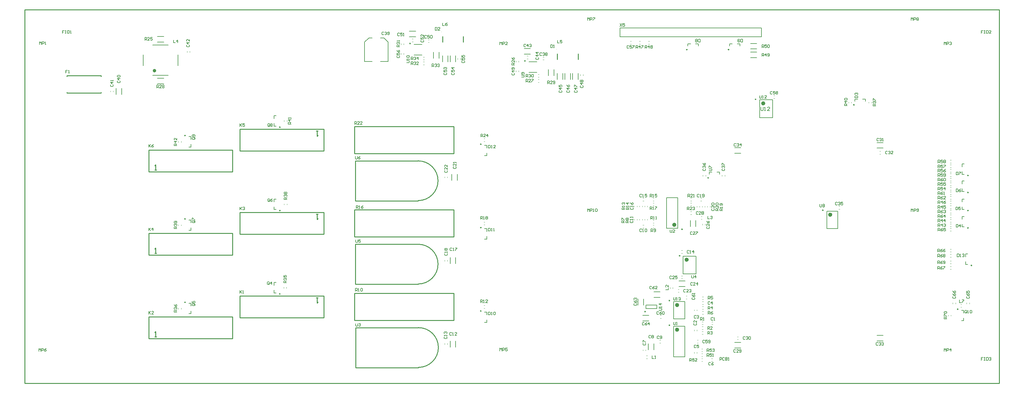
<source format=gto>
G04 Layer_Color=65535*
%FSLAX43Y43*%
%MOMM*%
G71*
G01*
G75*
%ADD29C,0.250*%
%ADD30C,0.500*%
%ADD31C,0.150*%
%ADD32C,0.200*%
%ADD37C,0.254*%
%ADD38C,0.178*%
%ADD74C,0.600*%
%ADD75C,0.100*%
D29*
X188250Y36675D02*
G03*
X188250Y36675I-125J0D01*
G01*
X178325Y20625D02*
G03*
X178325Y20625I-125J0D01*
G01*
X131150Y68800D02*
G03*
X131150Y68800I-125J0D01*
G01*
X229400Y49780D02*
G03*
X229400Y49780I-125J0D01*
G01*
X210075Y81725D02*
G03*
X210075Y81725I-125J0D01*
G01*
X188950Y44315D02*
G03*
X188950Y44315I-125J0D01*
G01*
X185300Y23780D02*
G03*
X185300Y23780I-125J0D01*
G01*
X110800Y97775D02*
G03*
X110800Y97775I-125J0D01*
G01*
X268150Y21300D02*
G03*
X268150Y21300I-125J0D01*
G01*
X272100Y33900D02*
G03*
X272100Y33900I-125J0D01*
G01*
X238325Y80125D02*
G03*
X238325Y80125I-125J0D01*
G01*
X271100Y44700D02*
G03*
X271100Y44700I-125J0D01*
G01*
Y49700D02*
G03*
X271100Y49700I-125J0D01*
G01*
Y54900D02*
G03*
X271100Y54900I-125J0D01*
G01*
Y59800D02*
G03*
X271100Y59800I-125J0D01*
G01*
X190325Y96025D02*
G03*
X190325Y96025I-125J0D01*
G01*
X202325D02*
G03*
X202325Y96025I-125J0D01*
G01*
X73400Y25700D02*
G03*
X73400Y25700I-125J0D01*
G01*
X46150Y23300D02*
G03*
X46150Y23300I-125J0D01*
G01*
X73400Y49700D02*
G03*
X73400Y49700I-125J0D01*
G01*
X46150Y47300D02*
G03*
X46150Y47300I-125J0D01*
G01*
X73400Y73700D02*
G03*
X73400Y73700I-125J0D01*
G01*
X46150Y71300D02*
G03*
X46150Y71300I-125J0D01*
G01*
X185300Y16685D02*
G03*
X185300Y16685I-125J0D01*
G01*
X196455Y59095D02*
G03*
X196455Y59095I-125J0D01*
G01*
X143800Y92775D02*
G03*
X143800Y92775I-125J0D01*
G01*
X131150Y20800D02*
G03*
X131150Y20800I-125J0D01*
G01*
Y44800D02*
G03*
X131150Y44800I-125J0D01*
G01*
D30*
X37500Y89950D02*
G03*
X37500Y89950I-250J0D01*
G01*
D31*
X42700Y98800D02*
Y98000D01*
X43233D01*
X43900D02*
Y98800D01*
X43500Y98400D01*
X44033D01*
X191600Y31050D02*
Y30383D01*
X191733Y30250D01*
X192000D01*
X192133Y30383D01*
Y31050D01*
X192800Y30250D02*
Y31050D01*
X192400Y30650D01*
X192933D01*
X120016Y103714D02*
Y102915D01*
X120550D01*
X121349Y103714D02*
X121083Y103581D01*
X120816Y103314D01*
Y103048D01*
X120949Y102915D01*
X121216D01*
X121349Y103048D01*
Y103181D01*
X121216Y103314D01*
X120816D01*
X182200Y21000D02*
X182867D01*
X183000Y21133D01*
Y21400D01*
X182867Y21533D01*
X182200D01*
X183000Y21800D02*
Y22066D01*
Y21933D01*
X182200D01*
X182334Y21800D01*
X183000Y22866D02*
X182200D01*
X182600Y22466D01*
Y22999D01*
X133200Y68500D02*
Y67700D01*
X133600D01*
X133733Y67833D01*
Y68366D01*
X133600Y68500D01*
X133200D01*
X134000Y67700D02*
X134266D01*
X134133D01*
Y68500D01*
X134000Y68366D01*
X135199Y67700D02*
X134666D01*
X135199Y68233D01*
Y68366D01*
X135066Y68500D01*
X134799D01*
X134666Y68366D01*
X228421Y51493D02*
Y50827D01*
X228554Y50694D01*
X228821D01*
X228954Y50827D01*
Y51493D01*
X229221Y51360D02*
X229354Y51493D01*
X229620D01*
X229754Y51360D01*
Y51227D01*
X229620Y51093D01*
X229754Y50960D01*
Y50827D01*
X229620Y50694D01*
X229354D01*
X229221Y50827D01*
Y50960D01*
X229354Y51093D01*
X229221Y51227D01*
Y51360D01*
X229354Y51093D02*
X229620D01*
X117900Y102400D02*
Y101600D01*
X118300D01*
X118433Y101733D01*
Y102266D01*
X118300Y102400D01*
X117900D01*
X119233Y101600D02*
X118700D01*
X119233Y102133D01*
Y102266D01*
X119100Y102400D01*
X118833D01*
X118700Y102266D01*
X262400Y43800D02*
Y44600D01*
X262800D01*
X262933Y44466D01*
Y44200D01*
X262800Y44067D01*
X262400D01*
X262667D02*
X262933Y43800D01*
X263733Y44600D02*
X263466Y44466D01*
X263200Y44200D01*
Y43933D01*
X263333Y43800D01*
X263600D01*
X263733Y43933D01*
Y44067D01*
X263600Y44200D01*
X263200D01*
X264533Y44600D02*
X263999D01*
Y44200D01*
X264266Y44333D01*
X264399D01*
X264533Y44200D01*
Y43933D01*
X264399Y43800D01*
X264133D01*
X263999Y43933D01*
X211100Y82800D02*
Y82133D01*
X211233Y82000D01*
X211500D01*
X211633Y82133D01*
Y82800D01*
X211900Y82000D02*
X212166D01*
X212033D01*
Y82800D01*
X211900Y82666D01*
X213099Y82000D02*
X212566D01*
X213099Y82533D01*
Y82666D01*
X212966Y82800D01*
X212699D01*
X212566Y82666D01*
X12279Y90073D02*
X11746D01*
Y89673D01*
X12013D01*
X11746D01*
Y89274D01*
X12546D02*
X12813D01*
X12679D01*
Y90073D01*
X12546Y89940D01*
X94800Y74500D02*
Y75300D01*
X95200D01*
X95333Y75166D01*
Y74900D01*
X95200Y74767D01*
X94800D01*
X95067D02*
X95333Y74500D01*
X96133D02*
X95600D01*
X96133Y75033D01*
Y75166D01*
X96000Y75300D01*
X95733D01*
X95600Y75166D01*
X96933Y74500D02*
X96399D01*
X96933Y75033D01*
Y75166D01*
X96799Y75300D01*
X96533D01*
X96399Y75166D01*
X196200Y48100D02*
Y47300D01*
X196733D01*
X197000Y47966D02*
X197133Y48100D01*
X197400D01*
X197533Y47966D01*
Y47833D01*
X197400Y47700D01*
X197266D01*
X197400D01*
X197533Y47567D01*
Y47433D01*
X197400Y47300D01*
X197133D01*
X197000Y47433D01*
X103133Y100966D02*
X103000Y101100D01*
X102733D01*
X102600Y100966D01*
Y100433D01*
X102733Y100300D01*
X103000D01*
X103133Y100433D01*
X103400Y100966D02*
X103533Y101100D01*
X103800D01*
X103933Y100966D01*
Y100833D01*
X103800Y100700D01*
X103666D01*
X103800D01*
X103933Y100567D01*
Y100433D01*
X103800Y100300D01*
X103533D01*
X103400Y100433D01*
X104199D02*
X104333Y100300D01*
X104599D01*
X104733Y100433D01*
Y100966D01*
X104599Y101100D01*
X104333D01*
X104199Y100966D01*
Y100833D01*
X104333Y100700D01*
X104733D01*
X171000Y103500D02*
X171533Y102700D01*
Y103500D02*
X171000Y102700D01*
X172333Y103500D02*
X171800D01*
Y103100D01*
X172066Y103233D01*
X172200D01*
X172333Y103100D01*
Y102833D01*
X172200Y102700D01*
X171933D01*
X171800Y102833D01*
X275333Y7400D02*
X274800D01*
Y7000D01*
X275067D01*
X274800D01*
Y6600D01*
X275600Y7400D02*
X275866D01*
X275733D01*
Y6600D01*
X275600D01*
X275866D01*
X276266Y7400D02*
Y6600D01*
X276666D01*
X276799Y6733D01*
Y7266D01*
X276666Y7400D01*
X276266D01*
X277066Y7266D02*
X277199Y7400D01*
X277466D01*
X277599Y7266D01*
Y7133D01*
X277466Y7000D01*
X277333D01*
X277466D01*
X277599Y6867D01*
Y6733D01*
X277466Y6600D01*
X277199D01*
X277066Y6733D01*
X185400Y44200D02*
Y43533D01*
X185533Y43400D01*
X185800D01*
X185933Y43533D01*
Y44200D01*
X186733Y43400D02*
X186200D01*
X186733Y43933D01*
Y44066D01*
X186600Y44200D01*
X186333D01*
X186200Y44066D01*
X186400Y24700D02*
Y24033D01*
X186533Y23900D01*
X186800D01*
X186933Y24033D01*
Y24700D01*
X187200Y23900D02*
X187466D01*
X187333D01*
Y24700D01*
X187200Y24566D01*
X187866D02*
X187999Y24700D01*
X188266D01*
X188399Y24566D01*
Y24433D01*
X188266Y24300D01*
X188133D01*
X188266D01*
X188399Y24167D01*
Y24033D01*
X188266Y23900D01*
X187999D01*
X187866Y24033D01*
X177933Y17366D02*
X177800Y17500D01*
X177533D01*
X177400Y17366D01*
Y16833D01*
X177533Y16700D01*
X177800D01*
X177933Y16833D01*
X178733Y17500D02*
X178466Y17366D01*
X178200Y17100D01*
Y16833D01*
X178333Y16700D01*
X178600D01*
X178733Y16833D01*
Y16967D01*
X178600Y17100D01*
X178200D01*
X179399Y16700D02*
Y17500D01*
X178999Y17100D01*
X179533D01*
X191834Y24633D02*
X191700Y24500D01*
Y24233D01*
X191834Y24100D01*
X192367D01*
X192500Y24233D01*
Y24500D01*
X192367Y24633D01*
X191700Y25433D02*
X191834Y25166D01*
X192100Y24900D01*
X192367D01*
X192500Y25033D01*
Y25300D01*
X192367Y25433D01*
X192233D01*
X192100Y25300D01*
Y24900D01*
X192500Y25699D02*
Y25966D01*
Y25833D01*
X191700D01*
X191834Y25699D01*
X95000Y65300D02*
Y64633D01*
X95133Y64500D01*
X95400D01*
X95533Y64633D01*
Y65300D01*
X96333D02*
X96066Y65166D01*
X95800Y64900D01*
Y64633D01*
X95933Y64500D01*
X96200D01*
X96333Y64633D01*
Y64767D01*
X96200Y64900D01*
X95800D01*
X4200Y97500D02*
Y98300D01*
X4467Y98033D01*
X4733Y98300D01*
Y97500D01*
X5000D02*
Y98300D01*
X5400D01*
X5533Y98166D01*
Y97900D01*
X5400Y97767D01*
X5000D01*
X5799Y97500D02*
X6066D01*
X5933D01*
Y98300D01*
X5799Y98166D01*
X161657Y104412D02*
Y105212D01*
X161924Y104945D01*
X162190Y105212D01*
Y104412D01*
X162457D02*
Y105212D01*
X162857D01*
X162990Y105078D01*
Y104812D01*
X162857Y104679D01*
X162457D01*
X163256Y105212D02*
X163790D01*
Y105078D01*
X163256Y104545D01*
Y104412D01*
X211800Y96600D02*
Y97400D01*
X212200D01*
X212333Y97266D01*
Y97000D01*
X212200Y96867D01*
X211800D01*
X212067D02*
X212333Y96600D01*
X213133Y97400D02*
X212600D01*
Y97000D01*
X212866Y97133D01*
X213000D01*
X213133Y97000D01*
Y96733D01*
X213000Y96600D01*
X212733D01*
X212600Y96733D01*
X213399Y97266D02*
X213533Y97400D01*
X213799D01*
X213933Y97266D01*
Y96733D01*
X213799Y96600D01*
X213533D01*
X213399Y96733D01*
Y97266D01*
X109700Y92300D02*
X110367D01*
X110500Y92433D01*
Y92700D01*
X110367Y92833D01*
X109700D01*
X110500Y93100D02*
Y93366D01*
Y93233D01*
X109700D01*
X109834Y93100D01*
Y93766D02*
X109700Y93899D01*
Y94166D01*
X109834Y94299D01*
X110367D01*
X110500Y94166D01*
Y93899D01*
X110367Y93766D01*
X109834D01*
X35623Y68721D02*
Y67921D01*
Y68188D01*
X36156Y68721D01*
X35756Y68321D01*
X36156Y67921D01*
X36956Y68721D02*
X36689Y68588D01*
X36423Y68321D01*
Y68055D01*
X36556Y67921D01*
X36822D01*
X36956Y68055D01*
Y68188D01*
X36822Y68321D01*
X36423D01*
X161657Y49421D02*
Y50221D01*
X161924Y49954D01*
X162190Y50221D01*
Y49421D01*
X162457D02*
Y50221D01*
X162857D01*
X162990Y50087D01*
Y49821D01*
X162857Y49688D01*
X162457D01*
X163256Y49421D02*
X163523D01*
X163390D01*
Y50221D01*
X163256Y50087D01*
X163923D02*
X164056Y50221D01*
X164323D01*
X164456Y50087D01*
Y49554D01*
X164323Y49421D01*
X164056D01*
X163923Y49554D01*
Y50087D01*
X254672Y49421D02*
Y50221D01*
X254938Y49954D01*
X255205Y50221D01*
Y49421D01*
X255472D02*
Y50221D01*
X255871D01*
X256005Y50087D01*
Y49821D01*
X255871Y49688D01*
X255472D01*
X256271Y49554D02*
X256405Y49421D01*
X256671D01*
X256804Y49554D01*
Y50087D01*
X256671Y50221D01*
X256405D01*
X256271Y50087D01*
Y49954D01*
X256405Y49821D01*
X256804D01*
X254646Y104412D02*
Y105212D01*
X254913Y104945D01*
X255180Y105212D01*
Y104412D01*
X255446D02*
Y105212D01*
X255846D01*
X255979Y105078D01*
Y104812D01*
X255846Y104679D01*
X255446D01*
X256246Y105078D02*
X256379Y105212D01*
X256646D01*
X256779Y105078D01*
Y104945D01*
X256646Y104812D01*
X256779Y104679D01*
Y104545D01*
X256646Y104412D01*
X256379D01*
X256246Y104545D01*
Y104679D01*
X256379Y104812D01*
X256246Y104945D01*
Y105078D01*
X256379Y104812D02*
X256646D01*
X4000Y9200D02*
Y10000D01*
X4267Y9733D01*
X4533Y10000D01*
Y9200D01*
X4800D02*
Y10000D01*
X5200D01*
X5333Y9866D01*
Y9600D01*
X5200Y9467D01*
X4800D01*
X6133Y10000D02*
X5866Y9866D01*
X5599Y9600D01*
Y9333D01*
X5733Y9200D01*
X5999D01*
X6133Y9333D01*
Y9467D01*
X5999Y9600D01*
X5599D01*
X136500Y9300D02*
Y10100D01*
X136767Y9833D01*
X137033Y10100D01*
Y9300D01*
X137300D02*
Y10100D01*
X137700D01*
X137833Y9966D01*
Y9700D01*
X137700Y9567D01*
X137300D01*
X138633Y10100D02*
X138099D01*
Y9700D01*
X138366Y9833D01*
X138499D01*
X138633Y9700D01*
Y9433D01*
X138499Y9300D01*
X138233D01*
X138099Y9433D01*
X264100Y9200D02*
Y10000D01*
X264367Y9733D01*
X264633Y10000D01*
Y9200D01*
X264900D02*
Y10000D01*
X265300D01*
X265433Y9866D01*
Y9600D01*
X265300Y9467D01*
X264900D01*
X266099Y9200D02*
Y10000D01*
X265699Y9600D01*
X266233D01*
X264100Y97400D02*
Y98200D01*
X264367Y97933D01*
X264633Y98200D01*
Y97400D01*
X264900D02*
Y98200D01*
X265300D01*
X265433Y98066D01*
Y97800D01*
X265300Y97667D01*
X264900D01*
X265699Y98066D02*
X265833Y98200D01*
X266099D01*
X266233Y98066D01*
Y97933D01*
X266099Y97800D01*
X265966D01*
X266099D01*
X266233Y97667D01*
Y97533D01*
X266099Y97400D01*
X265833D01*
X265699Y97533D01*
X136500Y97400D02*
Y98200D01*
X136767Y97933D01*
X137033Y98200D01*
Y97400D01*
X137300D02*
Y98200D01*
X137700D01*
X137833Y98066D01*
Y97800D01*
X137700Y97667D01*
X137300D01*
X138633Y97400D02*
X138099D01*
X138633Y97933D01*
Y98066D01*
X138499Y98200D01*
X138233D01*
X138099Y98066D01*
X264900Y18500D02*
X264100D01*
Y18900D01*
X264234Y19033D01*
X264500D01*
X264633Y18900D01*
Y18500D01*
Y18767D02*
X264900Y19033D01*
X264100Y19300D02*
Y19833D01*
X264234D01*
X264767Y19300D01*
X264900D01*
X264234Y20099D02*
X264100Y20233D01*
Y20499D01*
X264234Y20633D01*
X264767D01*
X264900Y20499D01*
Y20233D01*
X264767Y20099D01*
X264234D01*
X262300Y34400D02*
Y35200D01*
X262700D01*
X262833Y35066D01*
Y34800D01*
X262700Y34667D01*
X262300D01*
X262567D02*
X262833Y34400D01*
X263633Y35200D02*
X263366Y35066D01*
X263100Y34800D01*
Y34533D01*
X263233Y34400D01*
X263500D01*
X263633Y34533D01*
Y34667D01*
X263500Y34800D01*
X263100D01*
X263899Y34533D02*
X264033Y34400D01*
X264299D01*
X264433Y34533D01*
Y35066D01*
X264299Y35200D01*
X264033D01*
X263899Y35066D01*
Y34933D01*
X264033Y34800D01*
X264433D01*
X262300Y36300D02*
Y37100D01*
X262700D01*
X262833Y36966D01*
Y36700D01*
X262700Y36567D01*
X262300D01*
X262567D02*
X262833Y36300D01*
X263633Y37100D02*
X263366Y36966D01*
X263100Y36700D01*
Y36433D01*
X263233Y36300D01*
X263500D01*
X263633Y36433D01*
Y36567D01*
X263500Y36700D01*
X263100D01*
X263899Y36966D02*
X264033Y37100D01*
X264299D01*
X264433Y36966D01*
Y36833D01*
X264299Y36700D01*
X264433Y36567D01*
Y36433D01*
X264299Y36300D01*
X264033D01*
X263899Y36433D01*
Y36567D01*
X264033Y36700D01*
X263899Y36833D01*
Y36966D01*
X264033Y36700D02*
X264299D01*
X262300Y32800D02*
Y33600D01*
X262700D01*
X262833Y33466D01*
Y33200D01*
X262700Y33067D01*
X262300D01*
X262567D02*
X262833Y32800D01*
X263633Y33600D02*
X263366Y33466D01*
X263100Y33200D01*
Y32933D01*
X263233Y32800D01*
X263500D01*
X263633Y32933D01*
Y33067D01*
X263500Y33200D01*
X263100D01*
X263899Y33600D02*
X264433D01*
Y33466D01*
X263899Y32933D01*
Y32800D01*
X262300Y37800D02*
Y38600D01*
X262700D01*
X262833Y38466D01*
Y38200D01*
X262700Y38067D01*
X262300D01*
X262567D02*
X262833Y37800D01*
X263633Y38600D02*
X263366Y38466D01*
X263100Y38200D01*
Y37933D01*
X263233Y37800D01*
X263500D01*
X263633Y37933D01*
Y38067D01*
X263500Y38200D01*
X263100D01*
X264433Y38600D02*
X264166Y38466D01*
X263899Y38200D01*
Y37933D01*
X264033Y37800D01*
X264299D01*
X264433Y37933D01*
Y38067D01*
X264299Y38200D01*
X263899D01*
X270633Y20333D02*
Y20866D01*
X270500Y21000D01*
X270233D01*
X270100Y20866D01*
Y20333D01*
X270233Y20200D01*
X270500D01*
X270367Y20467D02*
X270633Y20200D01*
X270500D02*
X270633Y20333D01*
X270900Y20200D02*
X271166D01*
X271033D01*
Y21000D01*
X270900Y20866D01*
X271566D02*
X271699Y21000D01*
X271966D01*
X272099Y20866D01*
Y20333D01*
X271966Y20200D01*
X271699D01*
X271566Y20333D01*
Y20866D01*
X268500Y24000D02*
Y23200D01*
X269033D01*
X269300Y24000D02*
X269833D01*
Y23866D01*
X269300Y23333D01*
Y23200D01*
X267900Y37200D02*
Y36400D01*
X268300D01*
X268433Y36533D01*
Y37066D01*
X268300Y37200D01*
X267900D01*
X268700Y36400D02*
X268966D01*
X268833D01*
Y37200D01*
X268700Y37066D01*
X269366D02*
X269499Y37200D01*
X269766D01*
X269899Y37066D01*
Y36933D01*
X269766Y36800D01*
X269633D01*
X269766D01*
X269899Y36667D01*
Y36533D01*
X269766Y36400D01*
X269499D01*
X269366Y36533D01*
X266734Y24933D02*
X266600Y24800D01*
Y24533D01*
X266734Y24400D01*
X267267D01*
X267400Y24533D01*
Y24800D01*
X267267Y24933D01*
X266600Y25733D02*
X266734Y25466D01*
X267000Y25200D01*
X267267D01*
X267400Y25333D01*
Y25600D01*
X267267Y25733D01*
X267133D01*
X267000Y25600D01*
Y25200D01*
X266600Y26533D02*
X266734Y26266D01*
X267000Y25999D01*
X267267D01*
X267400Y26133D01*
Y26399D01*
X267267Y26533D01*
X267133D01*
X267000Y26399D01*
Y25999D01*
X270734Y24933D02*
X270600Y24800D01*
Y24533D01*
X270734Y24400D01*
X271267D01*
X271400Y24533D01*
Y24800D01*
X271267Y24933D01*
X270600Y25733D02*
X270734Y25466D01*
X271000Y25200D01*
X271267D01*
X271400Y25333D01*
Y25600D01*
X271267Y25733D01*
X271133D01*
X271000Y25600D01*
Y25200D01*
X270600Y26533D02*
Y25999D01*
X271000D01*
X270867Y26266D01*
Y26399D01*
X271000Y26533D01*
X271267D01*
X271400Y26399D01*
Y26133D01*
X271267Y25999D01*
X197733Y18766D02*
X197600Y18900D01*
X197333D01*
X197200Y18766D01*
Y18233D01*
X197333Y18100D01*
X197600D01*
X197733Y18233D01*
X198000Y18100D02*
X198266D01*
X198133D01*
Y18900D01*
X198000Y18766D01*
X192334Y17233D02*
X192200Y17100D01*
Y16833D01*
X192334Y16700D01*
X192867D01*
X193000Y16833D01*
Y17100D01*
X192867Y17233D01*
X193000Y18033D02*
Y17500D01*
X192467Y18033D01*
X192334D01*
X192200Y17900D01*
Y17633D01*
X192334Y17500D01*
X192833Y19366D02*
X192700Y19500D01*
X192433D01*
X192300Y19366D01*
Y18833D01*
X192433Y18700D01*
X192700D01*
X192833Y18833D01*
X193100Y19366D02*
X193233Y19500D01*
X193500D01*
X193633Y19366D01*
Y19233D01*
X193500Y19100D01*
X193366D01*
X193500D01*
X193633Y18967D01*
Y18833D01*
X193500Y18700D01*
X193233D01*
X193100Y18833D01*
X196833Y23366D02*
X196700Y23500D01*
X196433D01*
X196300Y23366D01*
Y22833D01*
X196433Y22700D01*
X196700D01*
X196833Y22833D01*
X197500Y22700D02*
Y23500D01*
X197100Y23100D01*
X197633D01*
X192833Y10866D02*
X192700Y11000D01*
X192433D01*
X192300Y10866D01*
Y10333D01*
X192433Y10200D01*
X192700D01*
X192833Y10333D01*
X193633Y11000D02*
X193100D01*
Y10600D01*
X193366Y10733D01*
X193500D01*
X193633Y10600D01*
Y10333D01*
X193500Y10200D01*
X193233D01*
X193100Y10333D01*
X197033Y5866D02*
X196900Y6000D01*
X196633D01*
X196500Y5866D01*
Y5333D01*
X196633Y5200D01*
X196900D01*
X197033Y5333D01*
X197833Y6000D02*
X197566Y5866D01*
X197300Y5600D01*
Y5333D01*
X197433Y5200D01*
X197700D01*
X197833Y5333D01*
Y5467D01*
X197700Y5600D01*
X197300D01*
X177734Y11533D02*
X177600Y11400D01*
Y11133D01*
X177734Y11000D01*
X178267D01*
X178400Y11133D01*
Y11400D01*
X178267Y11533D01*
X177600Y11800D02*
Y12333D01*
X177734D01*
X178267Y11800D01*
X178400D01*
X179833Y13666D02*
X179700Y13800D01*
X179433D01*
X179300Y13666D01*
Y13133D01*
X179433Y13000D01*
X179700D01*
X179833Y13133D01*
X180100Y13666D02*
X180233Y13800D01*
X180500D01*
X180633Y13666D01*
Y13533D01*
X180500Y13400D01*
X180633Y13267D01*
Y13133D01*
X180500Y13000D01*
X180233D01*
X180100Y13133D01*
Y13267D01*
X180233Y13400D01*
X180100Y13533D01*
Y13666D01*
X180233Y13400D02*
X180500D01*
X182233Y13466D02*
X182100Y13600D01*
X181833D01*
X181700Y13466D01*
Y12933D01*
X181833Y12800D01*
X182100D01*
X182233Y12933D01*
X182500D02*
X182633Y12800D01*
X182900D01*
X183033Y12933D01*
Y13466D01*
X182900Y13600D01*
X182633D01*
X182500Y13466D01*
Y13333D01*
X182633Y13200D01*
X183033D01*
X177233Y44266D02*
X177100Y44400D01*
X176833D01*
X176700Y44266D01*
Y43733D01*
X176833Y43600D01*
X177100D01*
X177233Y43733D01*
X177500Y43600D02*
X177766D01*
X177633D01*
Y44400D01*
X177500Y44266D01*
X178166D02*
X178299Y44400D01*
X178566D01*
X178699Y44266D01*
Y43733D01*
X178566Y43600D01*
X178299D01*
X178166Y43733D01*
Y44266D01*
X174034Y46733D02*
X173900Y46600D01*
Y46333D01*
X174034Y46200D01*
X174567D01*
X174700Y46333D01*
Y46600D01*
X174567Y46733D01*
X174700Y47000D02*
Y47266D01*
Y47133D01*
X173900D01*
X174034Y47000D01*
X174700Y47666D02*
Y47933D01*
Y47799D01*
X173900D01*
X174034Y47666D01*
X122633Y14466D02*
X122500Y14600D01*
X122233D01*
X122100Y14466D01*
Y13933D01*
X122233Y13800D01*
X122500D01*
X122633Y13933D01*
X122900Y13800D02*
X123166D01*
X123033D01*
Y14600D01*
X122900Y14466D01*
X124099Y13800D02*
X123566D01*
X124099Y14333D01*
Y14466D01*
X123966Y14600D01*
X123699D01*
X123566Y14466D01*
X120634Y13333D02*
X120500Y13200D01*
Y12933D01*
X120634Y12800D01*
X121167D01*
X121300Y12933D01*
Y13200D01*
X121167Y13333D01*
X121300Y13600D02*
Y13866D01*
Y13733D01*
X120500D01*
X120634Y13600D01*
Y14266D02*
X120500Y14399D01*
Y14666D01*
X120634Y14799D01*
X120767D01*
X120900Y14666D01*
Y14533D01*
Y14666D01*
X121033Y14799D01*
X121167D01*
X121300Y14666D01*
Y14399D01*
X121167Y14266D01*
X190833Y38066D02*
X190700Y38200D01*
X190433D01*
X190300Y38066D01*
Y37533D01*
X190433Y37400D01*
X190700D01*
X190833Y37533D01*
X191100Y37400D02*
X191366D01*
X191233D01*
Y38200D01*
X191100Y38066D01*
X192166Y37400D02*
Y38200D01*
X191766Y37800D01*
X192299D01*
X177233Y54266D02*
X177100Y54400D01*
X176833D01*
X176700Y54266D01*
Y53733D01*
X176833Y53600D01*
X177100D01*
X177233Y53733D01*
X177500Y53600D02*
X177766D01*
X177633D01*
Y54400D01*
X177500Y54266D01*
X178699Y54400D02*
X178166D01*
Y54000D01*
X178433Y54133D01*
X178566D01*
X178699Y54000D01*
Y53733D01*
X178566Y53600D01*
X178299D01*
X178166Y53733D01*
X174134Y50533D02*
X174000Y50400D01*
Y50133D01*
X174134Y50000D01*
X174667D01*
X174800Y50133D01*
Y50400D01*
X174667Y50533D01*
X174800Y50800D02*
Y51066D01*
Y50933D01*
X174000D01*
X174134Y50800D01*
X174000Y51999D02*
X174134Y51733D01*
X174400Y51466D01*
X174667D01*
X174800Y51599D01*
Y51866D01*
X174667Y51999D01*
X174533D01*
X174400Y51866D01*
Y51466D01*
X122726Y38819D02*
X122592Y38953D01*
X122326D01*
X122193Y38819D01*
Y38286D01*
X122326Y38153D01*
X122592D01*
X122726Y38286D01*
X122992Y38153D02*
X123259D01*
X123126D01*
Y38953D01*
X122992Y38819D01*
X123659Y38953D02*
X124192D01*
Y38819D01*
X123659Y38286D01*
Y38153D01*
X120734Y37333D02*
X120600Y37200D01*
Y36933D01*
X120734Y36800D01*
X121267D01*
X121400Y36933D01*
Y37200D01*
X121267Y37333D01*
X121400Y37600D02*
Y37866D01*
Y37733D01*
X120600D01*
X120734Y37600D01*
Y38266D02*
X120600Y38399D01*
Y38666D01*
X120734Y38799D01*
X120867D01*
X121000Y38666D01*
X121133Y38799D01*
X121267D01*
X121400Y38666D01*
Y38399D01*
X121267Y38266D01*
X121133D01*
X121000Y38399D01*
X120867Y38266D01*
X120734D01*
X121000Y38399D02*
Y38666D01*
X193733Y54266D02*
X193600Y54400D01*
X193333D01*
X193200Y54266D01*
Y53733D01*
X193333Y53600D01*
X193600D01*
X193733Y53733D01*
X194000Y53600D02*
X194266D01*
X194133D01*
Y54400D01*
X194000Y54266D01*
X194666Y53733D02*
X194799Y53600D01*
X195066D01*
X195199Y53733D01*
Y54266D01*
X195066Y54400D01*
X194799D01*
X194666Y54266D01*
Y54133D01*
X194799Y54000D01*
X195199D01*
X197434Y50233D02*
X197300Y50100D01*
Y49833D01*
X197434Y49700D01*
X197967D01*
X198100Y49833D01*
Y50100D01*
X197967Y50233D01*
X198100Y51033D02*
Y50500D01*
X197567Y51033D01*
X197434D01*
X197300Y50900D01*
Y50633D01*
X197434Y50500D01*
Y51299D02*
X197300Y51433D01*
Y51699D01*
X197434Y51833D01*
X197967D01*
X198100Y51699D01*
Y51433D01*
X197967Y51299D01*
X197434D01*
X123234Y62333D02*
X123100Y62200D01*
Y61933D01*
X123234Y61800D01*
X123767D01*
X123900Y61933D01*
Y62200D01*
X123767Y62333D01*
X123900Y63133D02*
Y62600D01*
X123367Y63133D01*
X123234D01*
X123100Y63000D01*
Y62733D01*
X123234Y62600D01*
X123900Y63399D02*
Y63666D01*
Y63533D01*
X123100D01*
X123234Y63399D01*
X120734Y61233D02*
X120600Y61100D01*
Y60833D01*
X120734Y60700D01*
X121267D01*
X121400Y60833D01*
Y61100D01*
X121267Y61233D01*
X121400Y62033D02*
Y61500D01*
X120867Y62033D01*
X120734D01*
X120600Y61900D01*
Y61633D01*
X120734Y61500D01*
X121400Y62833D02*
Y62299D01*
X120867Y62833D01*
X120734D01*
X120600Y62699D01*
Y62433D01*
X120734Y62299D01*
X189833Y26866D02*
X189700Y27000D01*
X189433D01*
X189300Y26866D01*
Y26333D01*
X189433Y26200D01*
X189700D01*
X189833Y26333D01*
X190633Y26200D02*
X190100D01*
X190633Y26733D01*
Y26866D01*
X190500Y27000D01*
X190233D01*
X190100Y26866D01*
X190899D02*
X191033Y27000D01*
X191299D01*
X191433Y26866D01*
Y26733D01*
X191299Y26600D01*
X191166D01*
X191299D01*
X191433Y26467D01*
Y26333D01*
X191299Y26200D01*
X191033D01*
X190899Y26333D01*
X191833Y28866D02*
X191700Y29000D01*
X191433D01*
X191300Y28866D01*
Y28333D01*
X191433Y28200D01*
X191700D01*
X191833Y28333D01*
X192633Y28200D02*
X192100D01*
X192633Y28733D01*
Y28866D01*
X192500Y29000D01*
X192233D01*
X192100Y28866D01*
X193299Y28200D02*
Y29000D01*
X192899Y28600D01*
X193433D01*
X185833Y30716D02*
X185700Y30850D01*
X185433D01*
X185300Y30716D01*
Y30183D01*
X185433Y30050D01*
X185700D01*
X185833Y30183D01*
X186633Y30050D02*
X186100D01*
X186633Y30583D01*
Y30716D01*
X186500Y30850D01*
X186233D01*
X186100Y30716D01*
X187433Y30850D02*
X186899D01*
Y30450D01*
X187166Y30583D01*
X187299D01*
X187433Y30450D01*
Y30183D01*
X187299Y30050D01*
X187033D01*
X186899Y30183D01*
X196034Y45033D02*
X195900Y44900D01*
Y44633D01*
X196034Y44500D01*
X196567D01*
X196700Y44633D01*
Y44900D01*
X196567Y45033D01*
X196700Y45833D02*
Y45300D01*
X196167Y45833D01*
X196034D01*
X195900Y45700D01*
Y45433D01*
X196034Y45300D01*
X195900Y46633D02*
X196034Y46366D01*
X196300Y46099D01*
X196567D01*
X196700Y46233D01*
Y46499D01*
X196567Y46633D01*
X196433D01*
X196300Y46499D01*
Y46099D01*
X191733Y43466D02*
X191600Y43600D01*
X191333D01*
X191200Y43466D01*
Y42933D01*
X191333Y42800D01*
X191600D01*
X191733Y42933D01*
X192533Y42800D02*
X192000D01*
X192533Y43333D01*
Y43466D01*
X192400Y43600D01*
X192133D01*
X192000Y43466D01*
X192799Y43600D02*
X193333D01*
Y43466D01*
X192799Y42933D01*
Y42800D01*
X193433Y49266D02*
X193300Y49400D01*
X193033D01*
X192900Y49266D01*
Y48733D01*
X193033Y48600D01*
X193300D01*
X193433Y48733D01*
X194233Y48600D02*
X193700D01*
X194233Y49133D01*
Y49266D01*
X194100Y49400D01*
X193833D01*
X193700Y49266D01*
X194499D02*
X194633Y49400D01*
X194899D01*
X195033Y49266D01*
Y49133D01*
X194899Y49000D01*
X195033Y48867D01*
Y48733D01*
X194899Y48600D01*
X194633D01*
X194499Y48733D01*
Y48867D01*
X194633Y49000D01*
X194499Y49133D01*
Y49266D01*
X194633Y49000D02*
X194899D01*
X204233Y9566D02*
X204100Y9700D01*
X203833D01*
X203700Y9566D01*
Y9033D01*
X203833Y8900D01*
X204100D01*
X204233Y9033D01*
X205033Y8900D02*
X204500D01*
X205033Y9433D01*
Y9566D01*
X204900Y9700D01*
X204633D01*
X204500Y9566D01*
X205299Y9033D02*
X205433Y8900D01*
X205699D01*
X205833Y9033D01*
Y9566D01*
X205699Y9700D01*
X205433D01*
X205299Y9566D01*
Y9433D01*
X205433Y9300D01*
X205833D01*
X206933Y13266D02*
X206800Y13400D01*
X206533D01*
X206400Y13266D01*
Y12733D01*
X206533Y12600D01*
X206800D01*
X206933Y12733D01*
X207200Y13266D02*
X207333Y13400D01*
X207600D01*
X207733Y13266D01*
Y13133D01*
X207600Y13000D01*
X207466D01*
X207600D01*
X207733Y12867D01*
Y12733D01*
X207600Y12600D01*
X207333D01*
X207200Y12733D01*
X207999Y13266D02*
X208133Y13400D01*
X208399D01*
X208533Y13266D01*
Y12733D01*
X208399Y12600D01*
X208133D01*
X207999Y12733D01*
Y13266D01*
X245333Y70366D02*
X245200Y70500D01*
X244933D01*
X244800Y70366D01*
Y69833D01*
X244933Y69700D01*
X245200D01*
X245333Y69833D01*
X245600Y70366D02*
X245733Y70500D01*
X246000D01*
X246133Y70366D01*
Y70233D01*
X246000Y70100D01*
X245866D01*
X246000D01*
X246133Y69967D01*
Y69833D01*
X246000Y69700D01*
X245733D01*
X245600Y69833D01*
X246399Y69700D02*
X246666D01*
X246533D01*
Y70500D01*
X246399Y70366D01*
X247833Y66666D02*
X247700Y66800D01*
X247433D01*
X247300Y66666D01*
Y66133D01*
X247433Y66000D01*
X247700D01*
X247833Y66133D01*
X248100Y66666D02*
X248233Y66800D01*
X248500D01*
X248633Y66666D01*
Y66533D01*
X248500Y66400D01*
X248366D01*
X248500D01*
X248633Y66267D01*
Y66133D01*
X248500Y66000D01*
X248233D01*
X248100Y66133D01*
X249433Y66000D02*
X248899D01*
X249433Y66533D01*
Y66666D01*
X249299Y66800D01*
X249033D01*
X248899Y66666D01*
X245133Y11566D02*
X245000Y11700D01*
X244733D01*
X244600Y11566D01*
Y11033D01*
X244733Y10900D01*
X245000D01*
X245133Y11033D01*
X245400Y11566D02*
X245533Y11700D01*
X245800D01*
X245933Y11566D01*
Y11433D01*
X245800Y11300D01*
X245666D01*
X245800D01*
X245933Y11167D01*
Y11033D01*
X245800Y10900D01*
X245533D01*
X245400Y11033D01*
X246199Y11566D02*
X246333Y11700D01*
X246599D01*
X246733Y11566D01*
Y11433D01*
X246599Y11300D01*
X246466D01*
X246599D01*
X246733Y11167D01*
Y11033D01*
X246599Y10900D01*
X246333D01*
X246199Y11033D01*
X204333Y68866D02*
X204200Y69000D01*
X203933D01*
X203800Y68866D01*
Y68333D01*
X203933Y68200D01*
X204200D01*
X204333Y68333D01*
X204600Y68866D02*
X204733Y69000D01*
X205000D01*
X205133Y68866D01*
Y68733D01*
X205000Y68600D01*
X204866D01*
X205000D01*
X205133Y68467D01*
Y68333D01*
X205000Y68200D01*
X204733D01*
X204600Y68333D01*
X205799Y68200D02*
Y69000D01*
X205399Y68600D01*
X205933D01*
X233433Y51966D02*
X233300Y52100D01*
X233033D01*
X232900Y51966D01*
Y51433D01*
X233033Y51300D01*
X233300D01*
X233433Y51433D01*
X233700Y51966D02*
X233833Y52100D01*
X234100D01*
X234233Y51966D01*
Y51833D01*
X234100Y51700D01*
X233966D01*
X234100D01*
X234233Y51567D01*
Y51433D01*
X234100Y51300D01*
X233833D01*
X233700Y51433D01*
X235033Y52100D02*
X234499D01*
Y51700D01*
X234766Y51833D01*
X234899D01*
X235033Y51700D01*
Y51433D01*
X234899Y51300D01*
X234633D01*
X234499Y51433D01*
X194934Y61733D02*
X194800Y61600D01*
Y61333D01*
X194934Y61200D01*
X195467D01*
X195600Y61333D01*
Y61600D01*
X195467Y61733D01*
X194934Y62000D02*
X194800Y62133D01*
Y62400D01*
X194934Y62533D01*
X195067D01*
X195200Y62400D01*
Y62266D01*
Y62400D01*
X195333Y62533D01*
X195467D01*
X195600Y62400D01*
Y62133D01*
X195467Y62000D01*
X194800Y63333D02*
X194934Y63066D01*
X195200Y62799D01*
X195467D01*
X195600Y62933D01*
Y63199D01*
X195467Y63333D01*
X195333D01*
X195200Y63199D01*
Y62799D01*
X200434Y61733D02*
X200300Y61600D01*
Y61333D01*
X200434Y61200D01*
X200967D01*
X201100Y61333D01*
Y61600D01*
X200967Y61733D01*
X200434Y62000D02*
X200300Y62133D01*
Y62400D01*
X200434Y62533D01*
X200567D01*
X200700Y62400D01*
Y62266D01*
Y62400D01*
X200833Y62533D01*
X200967D01*
X201100Y62400D01*
Y62133D01*
X200967Y62000D01*
X200300Y62799D02*
Y63333D01*
X200434D01*
X200967Y62799D01*
X201100D01*
X148533Y94966D02*
X148400Y95100D01*
X148133D01*
X148000Y94966D01*
Y94433D01*
X148133Y94300D01*
X148400D01*
X148533Y94433D01*
X148800Y94966D02*
X148933Y95100D01*
X149200D01*
X149333Y94966D01*
Y94833D01*
X149200Y94700D01*
X149066D01*
X149200D01*
X149333Y94567D01*
Y94433D01*
X149200Y94300D01*
X148933D01*
X148800Y94433D01*
X149599Y94966D02*
X149733Y95100D01*
X149999D01*
X150133Y94966D01*
Y94833D01*
X149999Y94700D01*
X150133Y94567D01*
Y94433D01*
X149999Y94300D01*
X149733D01*
X149599Y94433D01*
Y94567D01*
X149733Y94700D01*
X149599Y94833D01*
Y94966D01*
X149733Y94700D02*
X149999D01*
X26734Y87033D02*
X26600Y86900D01*
Y86633D01*
X26734Y86500D01*
X27267D01*
X27400Y86633D01*
Y86900D01*
X27267Y87033D01*
X27400Y87700D02*
X26600D01*
X27000Y87300D01*
Y87833D01*
X26734Y88099D02*
X26600Y88233D01*
Y88499D01*
X26734Y88633D01*
X27267D01*
X27400Y88499D01*
Y88233D01*
X27267Y88099D01*
X26734D01*
X24734Y85933D02*
X24600Y85800D01*
Y85533D01*
X24734Y85400D01*
X25267D01*
X25400Y85533D01*
Y85800D01*
X25267Y85933D01*
X25400Y86600D02*
X24600D01*
X25000Y86200D01*
Y86733D01*
X25400Y86999D02*
Y87266D01*
Y87133D01*
X24600D01*
X24734Y86999D01*
X46634Y97333D02*
X46500Y97200D01*
Y96933D01*
X46634Y96800D01*
X47167D01*
X47300Y96933D01*
Y97200D01*
X47167Y97333D01*
X47300Y98000D02*
X46500D01*
X46900Y97600D01*
Y98133D01*
X47300Y98933D02*
Y98400D01*
X46767Y98933D01*
X46634D01*
X46500Y98799D01*
Y98533D01*
X46634Y98400D01*
X143933Y97466D02*
X143800Y97600D01*
X143533D01*
X143400Y97466D01*
Y96933D01*
X143533Y96800D01*
X143800D01*
X143933Y96933D01*
X144600Y96800D02*
Y97600D01*
X144200Y97200D01*
X144733D01*
X144999Y97466D02*
X145133Y97600D01*
X145399D01*
X145533Y97466D01*
Y97333D01*
X145399Y97200D01*
X145266D01*
X145399D01*
X145533Y97067D01*
Y96933D01*
X145399Y96800D01*
X145133D01*
X144999Y96933D01*
X146934Y93733D02*
X146800Y93600D01*
Y93333D01*
X146934Y93200D01*
X147467D01*
X147600Y93333D01*
Y93600D01*
X147467Y93733D01*
X147600Y94400D02*
X146800D01*
X147200Y94000D01*
Y94533D01*
X147600Y95199D02*
X146800D01*
X147200Y94799D01*
Y95333D01*
X153634Y84233D02*
X153500Y84100D01*
Y83833D01*
X153634Y83700D01*
X154167D01*
X154300Y83833D01*
Y84100D01*
X154167Y84233D01*
X154300Y84900D02*
X153500D01*
X153900Y84500D01*
Y85033D01*
X153500Y85833D02*
Y85299D01*
X153900D01*
X153767Y85566D01*
Y85699D01*
X153900Y85833D01*
X154167D01*
X154300Y85699D01*
Y85433D01*
X154167Y85299D01*
X155834Y84233D02*
X155700Y84100D01*
Y83833D01*
X155834Y83700D01*
X156367D01*
X156500Y83833D01*
Y84100D01*
X156367Y84233D01*
X156500Y84900D02*
X155700D01*
X156100Y84500D01*
Y85033D01*
X155700Y85833D02*
X155834Y85566D01*
X156100Y85299D01*
X156367D01*
X156500Y85433D01*
Y85699D01*
X156367Y85833D01*
X156233D01*
X156100Y85699D01*
Y85299D01*
X158034Y84233D02*
X157900Y84100D01*
Y83833D01*
X158034Y83700D01*
X158567D01*
X158700Y83833D01*
Y84100D01*
X158567Y84233D01*
X158700Y84900D02*
X157900D01*
X158300Y84500D01*
Y85033D01*
X157900Y85299D02*
Y85833D01*
X158034D01*
X158567Y85299D01*
X158700D01*
X159734Y85633D02*
X159600Y85500D01*
Y85233D01*
X159734Y85100D01*
X160267D01*
X160400Y85233D01*
Y85500D01*
X160267Y85633D01*
X160400Y86300D02*
X159600D01*
X160000Y85900D01*
Y86433D01*
X159734Y86699D02*
X159600Y86833D01*
Y87099D01*
X159734Y87233D01*
X159867D01*
X160000Y87099D01*
X160133Y87233D01*
X160267D01*
X160400Y87099D01*
Y86833D01*
X160267Y86699D01*
X160133D01*
X160000Y86833D01*
X159867Y86699D01*
X159734D01*
X160000Y86833D02*
Y87099D01*
X140034Y89233D02*
X139900Y89100D01*
Y88833D01*
X140034Y88700D01*
X140567D01*
X140700Y88833D01*
Y89100D01*
X140567Y89233D01*
X140700Y89900D02*
X139900D01*
X140300Y89500D01*
Y90033D01*
X140567Y90299D02*
X140700Y90433D01*
Y90699D01*
X140567Y90833D01*
X140034D01*
X139900Y90699D01*
Y90433D01*
X140034Y90299D01*
X140167D01*
X140300Y90433D01*
Y90833D01*
X115433Y99966D02*
X115300Y100100D01*
X115033D01*
X114900Y99966D01*
Y99433D01*
X115033Y99300D01*
X115300D01*
X115433Y99433D01*
X116233Y100100D02*
X115700D01*
Y99700D01*
X115966Y99833D01*
X116100D01*
X116233Y99700D01*
Y99433D01*
X116100Y99300D01*
X115833D01*
X115700Y99433D01*
X116499Y99966D02*
X116633Y100100D01*
X116899D01*
X117033Y99966D01*
Y99433D01*
X116899Y99300D01*
X116633D01*
X116499Y99433D01*
Y99966D01*
X107633Y100666D02*
X107500Y100800D01*
X107233D01*
X107100Y100666D01*
Y100133D01*
X107233Y100000D01*
X107500D01*
X107633Y100133D01*
X108433Y100800D02*
X107900D01*
Y100400D01*
X108166Y100533D01*
X108300D01*
X108433Y100400D01*
Y100133D01*
X108300Y100000D01*
X108033D01*
X107900Y100133D01*
X108699Y100000D02*
X108966D01*
X108833D01*
Y100800D01*
X108699Y100666D01*
X113934Y98733D02*
X113800Y98600D01*
Y98333D01*
X113934Y98200D01*
X114467D01*
X114600Y98333D01*
Y98600D01*
X114467Y98733D01*
X113800Y99533D02*
Y99000D01*
X114200D01*
X114067Y99266D01*
Y99400D01*
X114200Y99533D01*
X114467D01*
X114600Y99400D01*
Y99133D01*
X114467Y99000D01*
X114600Y100333D02*
Y99799D01*
X114067Y100333D01*
X113934D01*
X113800Y100199D01*
Y99933D01*
X113934Y99799D01*
X120534Y89333D02*
X120400Y89200D01*
Y88933D01*
X120534Y88800D01*
X121067D01*
X121200Y88933D01*
Y89200D01*
X121067Y89333D01*
X120400Y90133D02*
Y89600D01*
X120800D01*
X120667Y89866D01*
Y90000D01*
X120800Y90133D01*
X121067D01*
X121200Y90000D01*
Y89733D01*
X121067Y89600D01*
X120534Y90399D02*
X120400Y90533D01*
Y90799D01*
X120534Y90933D01*
X120667D01*
X120800Y90799D01*
Y90666D01*
Y90799D01*
X120933Y90933D01*
X121067D01*
X121200Y90799D01*
Y90533D01*
X121067Y90399D01*
X122734Y89333D02*
X122600Y89200D01*
Y88933D01*
X122734Y88800D01*
X123267D01*
X123400Y88933D01*
Y89200D01*
X123267Y89333D01*
X122600Y90133D02*
Y89600D01*
X123000D01*
X122867Y89866D01*
Y90000D01*
X123000Y90133D01*
X123267D01*
X123400Y90000D01*
Y89733D01*
X123267Y89600D01*
X123400Y90799D02*
X122600D01*
X123000Y90399D01*
Y90933D01*
X125684Y92783D02*
X125550Y92650D01*
Y92383D01*
X125684Y92250D01*
X126217D01*
X126350Y92383D01*
Y92650D01*
X126217Y92783D01*
X125550Y93583D02*
Y93050D01*
X125950D01*
X125817Y93316D01*
Y93450D01*
X125950Y93583D01*
X126217D01*
X126350Y93450D01*
Y93183D01*
X126217Y93050D01*
X125550Y94383D02*
Y93849D01*
X125950D01*
X125817Y94116D01*
Y94249D01*
X125950Y94383D01*
X126217D01*
X126350Y94249D01*
Y93983D01*
X126217Y93849D01*
X107034Y94233D02*
X106900Y94100D01*
Y93833D01*
X107034Y93700D01*
X107567D01*
X107700Y93833D01*
Y94100D01*
X107567Y94233D01*
X106900Y95033D02*
Y94500D01*
X107300D01*
X107167Y94766D01*
Y94900D01*
X107300Y95033D01*
X107567D01*
X107700Y94900D01*
Y94633D01*
X107567Y94500D01*
X106900Y95833D02*
X107034Y95566D01*
X107300Y95299D01*
X107567D01*
X107700Y95433D01*
Y95699D01*
X107567Y95833D01*
X107433D01*
X107300Y95699D01*
Y95299D01*
X173533Y97066D02*
X173400Y97200D01*
X173133D01*
X173000Y97066D01*
Y96533D01*
X173133Y96400D01*
X173400D01*
X173533Y96533D01*
X174333Y97200D02*
X173800D01*
Y96800D01*
X174066Y96933D01*
X174200D01*
X174333Y96800D01*
Y96533D01*
X174200Y96400D01*
X173933D01*
X173800Y96533D01*
X174599Y97200D02*
X175133D01*
Y97066D01*
X174599Y96533D01*
Y96400D01*
X214733Y83866D02*
X214600Y84000D01*
X214333D01*
X214200Y83866D01*
Y83333D01*
X214333Y83200D01*
X214600D01*
X214733Y83333D01*
X215533Y84000D02*
X215000D01*
Y83600D01*
X215266Y83733D01*
X215400D01*
X215533Y83600D01*
Y83333D01*
X215400Y83200D01*
X215133D01*
X215000Y83333D01*
X215799Y83866D02*
X215933Y84000D01*
X216199D01*
X216333Y83866D01*
Y83733D01*
X216199Y83600D01*
X216333Y83467D01*
Y83333D01*
X216199Y83200D01*
X215933D01*
X215799Y83333D01*
Y83467D01*
X215933Y83600D01*
X215799Y83733D01*
Y83866D01*
X215933Y83600D02*
X216199D01*
X151100Y97400D02*
Y96600D01*
X151500D01*
X151633Y96733D01*
Y97266D01*
X151500Y97400D01*
X151100D01*
X151900Y96600D02*
X152166D01*
X152033D01*
Y97400D01*
X151900Y97266D01*
X238500Y82200D02*
X239300D01*
Y82600D01*
X239167Y82733D01*
X238634D01*
X238500Y82600D01*
Y82200D01*
X238634Y83000D02*
X238500Y83133D01*
Y83400D01*
X238634Y83533D01*
X238767D01*
X238900Y83400D01*
Y83266D01*
Y83400D01*
X239034Y83533D01*
X239167D01*
X239300Y83400D01*
Y83133D01*
X239167Y83000D01*
X267600Y45700D02*
Y44900D01*
X268000D01*
X268133Y45033D01*
Y45566D01*
X268000Y45700D01*
X267600D01*
X268800Y44900D02*
Y45700D01*
X268400Y45300D01*
X268933D01*
X267500Y50700D02*
Y49900D01*
X267900D01*
X268033Y50033D01*
Y50566D01*
X267900Y50700D01*
X267500D01*
X268833D02*
X268300D01*
Y50300D01*
X268566Y50433D01*
X268700D01*
X268833Y50300D01*
Y50033D01*
X268700Y49900D01*
X268433D01*
X268300Y50033D01*
X267600Y55900D02*
Y55100D01*
X268000D01*
X268133Y55233D01*
Y55766D01*
X268000Y55900D01*
X267600D01*
X268933D02*
X268666Y55766D01*
X268400Y55500D01*
Y55233D01*
X268533Y55100D01*
X268800D01*
X268933Y55233D01*
Y55367D01*
X268800Y55500D01*
X268400D01*
X267600Y60800D02*
Y60000D01*
X268000D01*
X268133Y60133D01*
Y60666D01*
X268000Y60800D01*
X267600D01*
X268400D02*
X268933D01*
Y60666D01*
X268400Y60133D01*
Y60000D01*
X194000Y98200D02*
Y99000D01*
X193600D01*
X193467Y98867D01*
Y98334D01*
X193600Y98200D01*
X194000D01*
X193200Y98334D02*
X193067Y98200D01*
X192800D01*
X192667Y98334D01*
Y98467D01*
X192800Y98600D01*
X192667Y98733D01*
Y98867D01*
X192800Y99000D01*
X193067D01*
X193200Y98867D01*
Y98733D01*
X193067Y98600D01*
X193200Y98467D01*
Y98334D01*
X193067Y98600D02*
X192800D01*
X206200Y98200D02*
Y99000D01*
X205800D01*
X205667Y98867D01*
Y98334D01*
X205800Y98200D01*
X206200D01*
X205400Y98867D02*
X205267Y99000D01*
X205000D01*
X204867Y98867D01*
Y98334D01*
X205000Y98200D01*
X205267D01*
X205400Y98334D01*
Y98467D01*
X205267Y98600D01*
X204867D01*
X11333Y101500D02*
X10800D01*
Y101100D01*
X11067D01*
X10800D01*
Y100700D01*
X11600Y101500D02*
X11866D01*
X11733D01*
Y100700D01*
X11600D01*
X11866D01*
X12266Y101500D02*
Y100700D01*
X12666D01*
X12799Y100833D01*
Y101366D01*
X12666Y101500D01*
X12266D01*
X13066Y100700D02*
X13333D01*
X13199D01*
Y101500D01*
X13066Y101366D01*
X275333Y101500D02*
X274800D01*
Y101100D01*
X275067D01*
X274800D01*
Y100700D01*
X275600Y101500D02*
X275866D01*
X275733D01*
Y100700D01*
X275600D01*
X275866D01*
X276266Y101500D02*
Y100700D01*
X276666D01*
X276799Y100833D01*
Y101366D01*
X276666Y101500D01*
X276266D01*
X277599Y100700D02*
X277066D01*
X277599Y101233D01*
Y101366D01*
X277466Y101500D01*
X277199D01*
X277066Y101366D01*
X61814Y26703D02*
Y25903D01*
Y26169D01*
X62347Y26703D01*
X61947Y26303D01*
X62347Y25903D01*
X62614D02*
X62880D01*
X62747D01*
Y26703D01*
X62614Y26569D01*
X35634Y20705D02*
Y19905D01*
Y20171D01*
X36167Y20705D01*
X35767Y20305D01*
X36167Y19905D01*
X36966D02*
X36433D01*
X36966Y20438D01*
Y20571D01*
X36833Y20705D01*
X36567D01*
X36433Y20571D01*
X61818Y50699D02*
Y49900D01*
Y50166D01*
X62352Y50699D01*
X61952Y50299D01*
X62352Y49900D01*
X62618Y50566D02*
X62751Y50699D01*
X63018D01*
X63151Y50566D01*
Y50433D01*
X63018Y50299D01*
X62885D01*
X63018D01*
X63151Y50166D01*
Y50033D01*
X63018Y49900D01*
X62751D01*
X62618Y50033D01*
X35618Y44701D02*
Y43901D01*
Y44168D01*
X36151Y44701D01*
X35751Y44301D01*
X36151Y43901D01*
X36817D02*
Y44701D01*
X36418Y44301D01*
X36951D01*
X61827Y74719D02*
Y73919D01*
Y74186D01*
X62360Y74719D01*
X61960Y74319D01*
X62360Y73919D01*
X63160Y74719D02*
X62627D01*
Y74319D01*
X62893Y74452D01*
X63026D01*
X63160Y74319D01*
Y74052D01*
X63026Y73919D01*
X62760D01*
X62627Y74052D01*
X180200Y7900D02*
Y7100D01*
X180733D01*
X181000D02*
X181266D01*
X181133D01*
Y7900D01*
X181000Y7766D01*
X184100Y26900D02*
X184900D01*
Y27433D01*
Y28233D02*
Y27700D01*
X184367Y28233D01*
X184234D01*
X184100Y28100D01*
Y27833D01*
X184234Y27700D01*
X153023Y98708D02*
Y97908D01*
X153556D01*
X154356Y98708D02*
X153823D01*
Y98308D01*
X154089Y98441D01*
X154223D01*
X154356Y98308D01*
Y98041D01*
X154223Y97908D01*
X153956D01*
X153823Y98041D01*
X199685Y6602D02*
Y7402D01*
X200085D01*
X200218Y7269D01*
Y7002D01*
X200085Y6869D01*
X199685D01*
X201018Y7269D02*
X200885Y7402D01*
X200618D01*
X200485Y7269D01*
Y6735D01*
X200618Y6602D01*
X200885D01*
X201018Y6735D01*
X201285Y7402D02*
Y6602D01*
X201685D01*
X201818Y6735D01*
Y6869D01*
X201685Y7002D01*
X201285D01*
X201685D01*
X201818Y7135D01*
Y7269D01*
X201685Y7402D01*
X201285D01*
X202084Y6602D02*
X202351D01*
X202218D01*
Y7402D01*
X202084Y7269D01*
X70233Y28533D02*
Y29066D01*
X70100Y29200D01*
X69833D01*
X69700Y29066D01*
Y28533D01*
X69833Y28400D01*
X70100D01*
X69967Y28667D02*
X70233Y28400D01*
X70100D02*
X70233Y28533D01*
X70900Y28400D02*
Y29200D01*
X70500Y28800D01*
X71033D01*
X48767Y22833D02*
X48234D01*
X48100Y22700D01*
Y22433D01*
X48234Y22300D01*
X48767D01*
X48900Y22433D01*
Y22700D01*
X48633Y22567D02*
X48900Y22833D01*
Y22700D02*
X48767Y22833D01*
X48100Y23633D02*
Y23100D01*
X48500D01*
X48367Y23366D01*
Y23500D01*
X48500Y23633D01*
X48767D01*
X48900Y23500D01*
Y23233D01*
X48767Y23100D01*
X70333Y52433D02*
Y52966D01*
X70200Y53100D01*
X69933D01*
X69800Y52966D01*
Y52433D01*
X69933Y52300D01*
X70200D01*
X70067Y52567D02*
X70333Y52300D01*
X70200D02*
X70333Y52433D01*
X71133Y53100D02*
X70866Y52966D01*
X70600Y52700D01*
Y52433D01*
X70733Y52300D01*
X71000D01*
X71133Y52433D01*
Y52567D01*
X71000Y52700D01*
X70600D01*
X48767Y46733D02*
X48234D01*
X48100Y46600D01*
Y46333D01*
X48234Y46200D01*
X48767D01*
X48900Y46333D01*
Y46600D01*
X48633Y46467D02*
X48900Y46733D01*
Y46600D02*
X48767Y46733D01*
X48100Y47000D02*
Y47533D01*
X48234D01*
X48767Y47000D01*
X48900D01*
X70333Y74033D02*
Y74566D01*
X70200Y74700D01*
X69933D01*
X69800Y74566D01*
Y74033D01*
X69933Y73900D01*
X70200D01*
X70067Y74167D02*
X70333Y73900D01*
X70200D02*
X70333Y74033D01*
X70600Y74566D02*
X70733Y74700D01*
X71000D01*
X71133Y74566D01*
Y74433D01*
X71000Y74300D01*
X71133Y74167D01*
Y74033D01*
X71000Y73900D01*
X70733D01*
X70600Y74033D01*
Y74167D01*
X70733Y74300D01*
X70600Y74433D01*
Y74566D01*
X70733Y74300D02*
X71000D01*
X48767Y70733D02*
X48234D01*
X48100Y70600D01*
Y70333D01*
X48234Y70200D01*
X48767D01*
X48900Y70333D01*
Y70600D01*
X48633Y70467D02*
X48900Y70733D01*
Y70600D02*
X48767Y70733D01*
Y71000D02*
X48900Y71133D01*
Y71400D01*
X48767Y71533D01*
X48234D01*
X48100Y71400D01*
Y71133D01*
X48234Y71000D01*
X48367D01*
X48500Y71133D01*
Y71533D01*
X194100Y18100D02*
Y18900D01*
X194500D01*
X194633Y18766D01*
Y18500D01*
X194500Y18367D01*
X194100D01*
X194367D02*
X194633Y18100D01*
X194900D02*
X195166D01*
X195033D01*
Y18900D01*
X194900Y18766D01*
X196200Y15500D02*
Y16300D01*
X196600D01*
X196733Y16166D01*
Y15900D01*
X196600Y15767D01*
X196200D01*
X196467D02*
X196733Y15500D01*
X197533D02*
X197000D01*
X197533Y16033D01*
Y16166D01*
X197400Y16300D01*
X197133D01*
X197000Y16166D01*
X196200Y14100D02*
Y14900D01*
X196600D01*
X196733Y14766D01*
Y14500D01*
X196600Y14367D01*
X196200D01*
X196467D02*
X196733Y14100D01*
X197000Y14766D02*
X197133Y14900D01*
X197400D01*
X197533Y14766D01*
Y14633D01*
X197400Y14500D01*
X197266D01*
X197400D01*
X197533Y14367D01*
Y14233D01*
X197400Y14100D01*
X197133D01*
X197000Y14233D01*
X196300Y21300D02*
Y22100D01*
X196700D01*
X196833Y21966D01*
Y21700D01*
X196700Y21567D01*
X196300D01*
X196567D02*
X196833Y21300D01*
X197500D02*
Y22100D01*
X197100Y21700D01*
X197633D01*
X196300Y24200D02*
Y25000D01*
X196700D01*
X196833Y24866D01*
Y24600D01*
X196700Y24467D01*
X196300D01*
X196567D02*
X196833Y24200D01*
X197633Y25000D02*
X197100D01*
Y24600D01*
X197366Y24733D01*
X197500D01*
X197633Y24600D01*
Y24333D01*
X197500Y24200D01*
X197233D01*
X197100Y24333D01*
X196300Y19900D02*
Y20700D01*
X196700D01*
X196833Y20566D01*
Y20300D01*
X196700Y20167D01*
X196300D01*
X196567D02*
X196833Y19900D01*
X197633Y20700D02*
X197366Y20566D01*
X197100Y20300D01*
Y20033D01*
X197233Y19900D01*
X197500D01*
X197633Y20033D01*
Y20167D01*
X197500Y20300D01*
X197100D01*
X172300Y46200D02*
X171500D01*
Y46600D01*
X171634Y46733D01*
X171900D01*
X172033Y46600D01*
Y46200D01*
Y46467D02*
X172300Y46733D01*
X171500Y47000D02*
Y47533D01*
X171634D01*
X172167Y47000D01*
X172300D01*
X173500Y46200D02*
X172700D01*
Y46600D01*
X172834Y46733D01*
X173100D01*
X173233Y46600D01*
Y46200D01*
Y46467D02*
X173500Y46733D01*
X172834Y47000D02*
X172700Y47133D01*
Y47400D01*
X172834Y47533D01*
X172967D01*
X173100Y47400D01*
X173233Y47533D01*
X173367D01*
X173500Y47400D01*
Y47133D01*
X173367Y47000D01*
X173233D01*
X173100Y47133D01*
X172967Y47000D01*
X172834D01*
X173100Y47133D02*
Y47400D01*
X179900Y43600D02*
Y44400D01*
X180300D01*
X180433Y44266D01*
Y44000D01*
X180300Y43867D01*
X179900D01*
X180167D02*
X180433Y43600D01*
X180700Y43733D02*
X180833Y43600D01*
X181100D01*
X181233Y43733D01*
Y44266D01*
X181100Y44400D01*
X180833D01*
X180700Y44266D01*
Y44133D01*
X180833Y44000D01*
X181233D01*
X95000Y26500D02*
Y27300D01*
X95400D01*
X95533Y27166D01*
Y26900D01*
X95400Y26767D01*
X95000D01*
X95267D02*
X95533Y26500D01*
X95800D02*
X96066D01*
X95933D01*
Y27300D01*
X95800Y27166D01*
X96466D02*
X96599Y27300D01*
X96866D01*
X96999Y27166D01*
Y26633D01*
X96866Y26500D01*
X96599D01*
X96466Y26633D01*
Y27166D01*
X179800Y47200D02*
Y48000D01*
X180200D01*
X180333Y47866D01*
Y47600D01*
X180200Y47467D01*
X179800D01*
X180067D02*
X180333Y47200D01*
X180600D02*
X180866D01*
X180733D01*
Y48000D01*
X180600Y47866D01*
X181266Y47200D02*
X181533D01*
X181399D01*
Y48000D01*
X181266Y47866D01*
X130954Y23203D02*
Y24003D01*
X131354D01*
X131488Y23870D01*
Y23603D01*
X131354Y23470D01*
X130954D01*
X131221D02*
X131488Y23203D01*
X131754D02*
X132021D01*
X131887D01*
Y24003D01*
X131754Y23870D01*
X132954Y23203D02*
X132421D01*
X132954Y23737D01*
Y23870D01*
X132820Y24003D01*
X132554D01*
X132421Y23870D01*
X172400Y50000D02*
X171600D01*
Y50400D01*
X171734Y50533D01*
X172000D01*
X172133Y50400D01*
Y50000D01*
Y50267D02*
X172400Y50533D01*
Y50800D02*
Y51066D01*
Y50933D01*
X171600D01*
X171734Y50800D01*
Y51466D02*
X171600Y51599D01*
Y51866D01*
X171734Y51999D01*
X171867D01*
X172000Y51866D01*
Y51733D01*
Y51866D01*
X172133Y51999D01*
X172267D01*
X172400Y51866D01*
Y51599D01*
X172267Y51466D01*
X173600Y50000D02*
X172800D01*
Y50400D01*
X172934Y50533D01*
X173200D01*
X173333Y50400D01*
Y50000D01*
Y50267D02*
X173600Y50533D01*
Y50800D02*
Y51066D01*
Y50933D01*
X172800D01*
X172934Y50800D01*
X173600Y51866D02*
X172800D01*
X173200Y51466D01*
Y51999D01*
X179600Y53600D02*
Y54400D01*
X180000D01*
X180133Y54266D01*
Y54000D01*
X180000Y53867D01*
X179600D01*
X179867D02*
X180133Y53600D01*
X180400D02*
X180666D01*
X180533D01*
Y54400D01*
X180400Y54266D01*
X181599Y54400D02*
X181066D01*
Y54000D01*
X181333Y54133D01*
X181466D01*
X181599Y54000D01*
Y53733D01*
X181466Y53600D01*
X181199D01*
X181066Y53733D01*
X95200Y50300D02*
Y51100D01*
X95600D01*
X95733Y50966D01*
Y50700D01*
X95600Y50567D01*
X95200D01*
X95467D02*
X95733Y50300D01*
X96000D02*
X96266D01*
X96133D01*
Y51100D01*
X96000Y50966D01*
X97199Y51100D02*
X96933Y50966D01*
X96666Y50700D01*
Y50433D01*
X96799Y50300D01*
X97066D01*
X97199Y50433D01*
Y50567D01*
X97066Y50700D01*
X96666D01*
X179600Y50000D02*
Y50800D01*
X180000D01*
X180133Y50666D01*
Y50400D01*
X180000Y50267D01*
X179600D01*
X179867D02*
X180133Y50000D01*
X180400D02*
X180666D01*
X180533D01*
Y50800D01*
X180400Y50666D01*
X181066Y50800D02*
X181599D01*
Y50666D01*
X181066Y50133D01*
Y50000D01*
X130951Y47205D02*
Y48005D01*
X131351D01*
X131484Y47871D01*
Y47605D01*
X131351Y47471D01*
X130951D01*
X131218D02*
X131484Y47205D01*
X131751D02*
X132018D01*
X131884D01*
Y48005D01*
X131751Y47871D01*
X132417D02*
X132551Y48005D01*
X132817D01*
X132951Y47871D01*
Y47738D01*
X132817Y47605D01*
X132951Y47471D01*
Y47338D01*
X132817Y47205D01*
X132551D01*
X132417Y47338D01*
Y47471D01*
X132551Y47605D01*
X132417Y47738D01*
Y47871D01*
X132551Y47605D02*
X132817D01*
X200500Y49700D02*
X199700D01*
Y50100D01*
X199834Y50233D01*
X200100D01*
X200233Y50100D01*
Y49700D01*
Y49967D02*
X200500Y50233D01*
Y50500D02*
Y50766D01*
Y50633D01*
X199700D01*
X199834Y50500D01*
X200367Y51166D02*
X200500Y51299D01*
Y51566D01*
X200367Y51699D01*
X199834D01*
X199700Y51566D01*
Y51299D01*
X199834Y51166D01*
X199967D01*
X200100Y51299D01*
Y51699D01*
X199300Y49700D02*
X198500D01*
Y50100D01*
X198634Y50233D01*
X198900D01*
X199033Y50100D01*
Y49700D01*
Y49967D02*
X199300Y50233D01*
Y51033D02*
Y50500D01*
X198767Y51033D01*
X198634D01*
X198500Y50900D01*
Y50633D01*
X198634Y50500D01*
Y51299D02*
X198500Y51433D01*
Y51699D01*
X198634Y51833D01*
X199167D01*
X199300Y51699D01*
Y51433D01*
X199167Y51299D01*
X198634D01*
X190500Y53600D02*
Y54400D01*
X190900D01*
X191033Y54266D01*
Y54000D01*
X190900Y53867D01*
X190500D01*
X190767D02*
X191033Y53600D01*
X191833D02*
X191300D01*
X191833Y54133D01*
Y54266D01*
X191700Y54400D01*
X191433D01*
X191300Y54266D01*
X192099Y53600D02*
X192366D01*
X192233D01*
Y54400D01*
X192099Y54266D01*
X190300Y49900D02*
Y50700D01*
X190700D01*
X190833Y50566D01*
Y50300D01*
X190700Y50167D01*
X190300D01*
X190567D02*
X190833Y49900D01*
X191633D02*
X191100D01*
X191633Y50433D01*
Y50566D01*
X191500Y50700D01*
X191233D01*
X191100Y50566D01*
X191899D02*
X192033Y50700D01*
X192299D01*
X192433Y50566D01*
Y50433D01*
X192299Y50300D01*
X192166D01*
X192299D01*
X192433Y50167D01*
Y50033D01*
X192299Y49900D01*
X192033D01*
X191899Y50033D01*
X131000Y70900D02*
Y71700D01*
X131400D01*
X131533Y71566D01*
Y71300D01*
X131400Y71167D01*
X131000D01*
X131267D02*
X131533Y70900D01*
X132333D02*
X131800D01*
X132333Y71433D01*
Y71566D01*
X132200Y71700D01*
X131933D01*
X131800Y71566D01*
X132999Y70900D02*
Y71700D01*
X132599Y71300D01*
X133133D01*
X34500Y98700D02*
Y99500D01*
X34900D01*
X35033Y99367D01*
Y99100D01*
X34900Y98967D01*
X34500D01*
X34767D02*
X35033Y98700D01*
X35833D02*
X35300D01*
X35833Y99233D01*
Y99367D01*
X35700Y99500D01*
X35433D01*
X35300Y99367D01*
X36633Y99500D02*
X36100D01*
Y99100D01*
X36366Y99233D01*
X36499D01*
X36633Y99100D01*
Y98833D01*
X36499Y98700D01*
X36233D01*
X36100Y98833D01*
X140700Y91600D02*
X139900D01*
Y92000D01*
X140034Y92133D01*
X140300D01*
X140433Y92000D01*
Y91600D01*
Y91867D02*
X140700Y92133D01*
Y92933D02*
Y92400D01*
X140167Y92933D01*
X140034D01*
X139900Y92800D01*
Y92533D01*
X140034Y92400D01*
X139900Y93733D02*
X140034Y93466D01*
X140300Y93199D01*
X140567D01*
X140700Y93333D01*
Y93599D01*
X140567Y93733D01*
X140433D01*
X140300Y93599D01*
Y93199D01*
X144000Y86700D02*
Y87500D01*
X144400D01*
X144533Y87366D01*
Y87100D01*
X144400Y86967D01*
X144000D01*
X144267D02*
X144533Y86700D01*
X145333D02*
X144800D01*
X145333Y87233D01*
Y87366D01*
X145200Y87500D01*
X144933D01*
X144800Y87366D01*
X145599Y87500D02*
X146133D01*
Y87366D01*
X145599Y86833D01*
Y86700D01*
X37900Y85000D02*
Y85800D01*
X38300D01*
X38433Y85667D01*
Y85400D01*
X38300Y85267D01*
X37900D01*
X38167D02*
X38433Y85000D01*
X39233D02*
X38700D01*
X39233Y85533D01*
Y85667D01*
X39100Y85800D01*
X38833D01*
X38700Y85667D01*
X39500D02*
X39633Y85800D01*
X39899D01*
X40033Y85667D01*
Y85533D01*
X39899Y85400D01*
X40033Y85267D01*
Y85133D01*
X39899Y85000D01*
X39633D01*
X39500Y85133D01*
Y85267D01*
X39633Y85400D01*
X39500Y85533D01*
Y85667D01*
X39633Y85400D02*
X39899D01*
X150200Y86200D02*
Y87000D01*
X150600D01*
X150733Y86866D01*
Y86600D01*
X150600Y86467D01*
X150200D01*
X150467D02*
X150733Y86200D01*
X151533D02*
X151000D01*
X151533Y86733D01*
Y86866D01*
X151400Y87000D01*
X151133D01*
X151000Y86866D01*
X151799Y86333D02*
X151933Y86200D01*
X152199D01*
X152333Y86333D01*
Y86866D01*
X152199Y87000D01*
X151933D01*
X151799Y86866D01*
Y86733D01*
X151933Y86600D01*
X152333D01*
X144000Y88100D02*
Y88900D01*
X144400D01*
X144533Y88766D01*
Y88500D01*
X144400Y88367D01*
X144000D01*
X144267D02*
X144533Y88100D01*
X144800Y88766D02*
X144933Y88900D01*
X145200D01*
X145333Y88766D01*
Y88633D01*
X145200Y88500D01*
X145066D01*
X145200D01*
X145333Y88367D01*
Y88233D01*
X145200Y88100D01*
X144933D01*
X144800Y88233D01*
X145599Y88766D02*
X145733Y88900D01*
X145999D01*
X146133Y88766D01*
Y88233D01*
X145999Y88100D01*
X145733D01*
X145599Y88233D01*
Y88766D01*
X107700Y96800D02*
X106900D01*
Y97200D01*
X107034Y97333D01*
X107300D01*
X107433Y97200D01*
Y96800D01*
Y97067D02*
X107700Y97333D01*
X107034Y97600D02*
X106900Y97733D01*
Y98000D01*
X107034Y98133D01*
X107167D01*
X107300Y98000D01*
Y97866D01*
Y98000D01*
X107433Y98133D01*
X107567D01*
X107700Y98000D01*
Y97733D01*
X107567Y97600D01*
X107700Y98399D02*
Y98666D01*
Y98533D01*
X106900D01*
X107034Y98399D01*
X111000Y91700D02*
Y92500D01*
X111400D01*
X111533Y92366D01*
Y92100D01*
X111400Y91967D01*
X111000D01*
X111267D02*
X111533Y91700D01*
X111800Y92366D02*
X111933Y92500D01*
X112200D01*
X112333Y92366D01*
Y92233D01*
X112200Y92100D01*
X112066D01*
X112200D01*
X112333Y91967D01*
Y91833D01*
X112200Y91700D01*
X111933D01*
X111800Y91833D01*
X113133Y91700D02*
X112599D01*
X113133Y92233D01*
Y92366D01*
X112999Y92500D01*
X112733D01*
X112599Y92366D01*
X117000Y91100D02*
Y91900D01*
X117400D01*
X117533Y91766D01*
Y91500D01*
X117400Y91367D01*
X117000D01*
X117267D02*
X117533Y91100D01*
X117800Y91766D02*
X117933Y91900D01*
X118200D01*
X118333Y91766D01*
Y91633D01*
X118200Y91500D01*
X118066D01*
X118200D01*
X118333Y91367D01*
Y91233D01*
X118200Y91100D01*
X117933D01*
X117800Y91233D01*
X118599Y91766D02*
X118733Y91900D01*
X118999D01*
X119133Y91766D01*
Y91633D01*
X118999Y91500D01*
X118866D01*
X118999D01*
X119133Y91367D01*
Y91233D01*
X118999Y91100D01*
X118733D01*
X118599Y91233D01*
X111000Y93100D02*
Y93900D01*
X111400D01*
X111533Y93766D01*
Y93500D01*
X111400Y93367D01*
X111000D01*
X111267D02*
X111533Y93100D01*
X111800Y93766D02*
X111933Y93900D01*
X112200D01*
X112333Y93766D01*
Y93633D01*
X112200Y93500D01*
X112066D01*
X112200D01*
X112333Y93367D01*
Y93233D01*
X112200Y93100D01*
X111933D01*
X111800Y93233D01*
X112999Y93100D02*
Y93900D01*
X112599Y93500D01*
X113133D01*
X75200Y28900D02*
X74400D01*
Y29300D01*
X74534Y29433D01*
X74800D01*
X74933Y29300D01*
Y28900D01*
Y29167D02*
X75200Y29433D01*
X74534Y29700D02*
X74400Y29833D01*
Y30100D01*
X74534Y30233D01*
X74667D01*
X74800Y30100D01*
Y29966D01*
Y30100D01*
X74933Y30233D01*
X75067D01*
X75200Y30100D01*
Y29833D01*
X75067Y29700D01*
X74400Y31033D02*
Y30499D01*
X74800D01*
X74667Y30766D01*
Y30899D01*
X74800Y31033D01*
X75067D01*
X75200Y30899D01*
Y30633D01*
X75067Y30499D01*
X43700Y20500D02*
X42900D01*
Y20900D01*
X43034Y21033D01*
X43300D01*
X43433Y20900D01*
Y20500D01*
Y20767D02*
X43700Y21033D01*
X43034Y21300D02*
X42900Y21433D01*
Y21700D01*
X43034Y21833D01*
X43167D01*
X43300Y21700D01*
Y21566D01*
Y21700D01*
X43433Y21833D01*
X43567D01*
X43700Y21700D01*
Y21433D01*
X43567Y21300D01*
X42900Y22633D02*
X43034Y22366D01*
X43300Y22099D01*
X43567D01*
X43700Y22233D01*
Y22499D01*
X43567Y22633D01*
X43433D01*
X43300Y22499D01*
Y22099D01*
X244500Y79800D02*
X243700D01*
Y80200D01*
X243834Y80333D01*
X244100D01*
X244234Y80200D01*
Y79800D01*
Y80067D02*
X244500Y80333D01*
X243834Y80600D02*
X243700Y80733D01*
Y81000D01*
X243834Y81133D01*
X243967D01*
X244100Y81000D01*
Y80866D01*
Y81000D01*
X244234Y81133D01*
X244367D01*
X244500Y81000D01*
Y80733D01*
X244367Y80600D01*
X243700Y81399D02*
Y81933D01*
X243834D01*
X244367Y81399D01*
X244500D01*
X75300Y52900D02*
X74500D01*
Y53300D01*
X74634Y53433D01*
X74900D01*
X75033Y53300D01*
Y52900D01*
Y53167D02*
X75300Y53433D01*
X74634Y53700D02*
X74500Y53833D01*
Y54100D01*
X74634Y54233D01*
X74767D01*
X74900Y54100D01*
Y53966D01*
Y54100D01*
X75033Y54233D01*
X75167D01*
X75300Y54100D01*
Y53833D01*
X75167Y53700D01*
X74634Y54499D02*
X74500Y54633D01*
Y54899D01*
X74634Y55033D01*
X74767D01*
X74900Y54899D01*
X75033Y55033D01*
X75167D01*
X75300Y54899D01*
Y54633D01*
X75167Y54499D01*
X75033D01*
X74900Y54633D01*
X74767Y54499D01*
X74634D01*
X74900Y54633D02*
Y54899D01*
X43700Y44500D02*
X42900D01*
Y44900D01*
X43034Y45033D01*
X43300D01*
X43433Y44900D01*
Y44500D01*
Y44767D02*
X43700Y45033D01*
X43034Y45300D02*
X42900Y45433D01*
Y45700D01*
X43034Y45833D01*
X43167D01*
X43300Y45700D01*
Y45566D01*
Y45700D01*
X43433Y45833D01*
X43567D01*
X43700Y45700D01*
Y45433D01*
X43567Y45300D01*
Y46099D02*
X43700Y46233D01*
Y46499D01*
X43567Y46633D01*
X43034D01*
X42900Y46499D01*
Y46233D01*
X43034Y46099D01*
X43167D01*
X43300Y46233D01*
Y46633D01*
X236300Y79900D02*
X235500D01*
Y80300D01*
X235634Y80433D01*
X235900D01*
X236034Y80300D01*
Y79900D01*
Y80167D02*
X236300Y80433D01*
Y81100D02*
X235500D01*
X235900Y80700D01*
Y81233D01*
X235634Y81499D02*
X235500Y81633D01*
Y81899D01*
X235634Y82033D01*
X236167D01*
X236300Y81899D01*
Y81633D01*
X236167Y81499D01*
X235634D01*
X76500Y74600D02*
X75700D01*
Y75000D01*
X75834Y75133D01*
X76100D01*
X76233Y75000D01*
Y74600D01*
Y74867D02*
X76500Y75133D01*
Y75800D02*
X75700D01*
X76100Y75400D01*
Y75933D01*
X76500Y76199D02*
Y76466D01*
Y76333D01*
X75700D01*
X75834Y76199D01*
X43700Y68400D02*
X42900D01*
Y68800D01*
X43034Y68933D01*
X43300D01*
X43433Y68800D01*
Y68400D01*
Y68667D02*
X43700Y68933D01*
Y69600D02*
X42900D01*
X43300Y69200D01*
Y69733D01*
X43700Y70533D02*
Y69999D01*
X43167Y70533D01*
X43034D01*
X42900Y70399D01*
Y70133D01*
X43034Y69999D01*
X262400Y45100D02*
Y45900D01*
X262800D01*
X262933Y45766D01*
Y45500D01*
X262800Y45367D01*
X262400D01*
X262667D02*
X262933Y45100D01*
X263600D02*
Y45900D01*
X263200Y45500D01*
X263733D01*
X263999Y45766D02*
X264133Y45900D01*
X264399D01*
X264533Y45766D01*
Y45633D01*
X264399Y45500D01*
X264266D01*
X264399D01*
X264533Y45367D01*
Y45233D01*
X264399Y45100D01*
X264133D01*
X263999Y45233D01*
X262400Y46400D02*
Y47200D01*
X262800D01*
X262933Y47066D01*
Y46800D01*
X262800Y46667D01*
X262400D01*
X262667D02*
X262933Y46400D01*
X263600D02*
Y47200D01*
X263200Y46800D01*
X263733D01*
X264399Y46400D02*
Y47200D01*
X263999Y46800D01*
X264533D01*
X262400Y50300D02*
Y51100D01*
X262800D01*
X262933Y50966D01*
Y50700D01*
X262800Y50567D01*
X262400D01*
X262667D02*
X262933Y50300D01*
X263600D02*
Y51100D01*
X263200Y50700D01*
X263733D01*
X264533Y51100D02*
X263999D01*
Y50700D01*
X264266Y50833D01*
X264399D01*
X264533Y50700D01*
Y50433D01*
X264399Y50300D01*
X264133D01*
X263999Y50433D01*
X262400Y51700D02*
Y52500D01*
X262800D01*
X262933Y52366D01*
Y52100D01*
X262800Y51967D01*
X262400D01*
X262667D02*
X262933Y51700D01*
X263600D02*
Y52500D01*
X263200Y52100D01*
X263733D01*
X264533Y52500D02*
X264266Y52366D01*
X263999Y52100D01*
Y51833D01*
X264133Y51700D01*
X264399D01*
X264533Y51833D01*
Y51967D01*
X264399Y52100D01*
X263999D01*
X175600Y96400D02*
Y97200D01*
X176000D01*
X176133Y97066D01*
Y96800D01*
X176000Y96667D01*
X175600D01*
X175867D02*
X176133Y96400D01*
X176800D02*
Y97200D01*
X176400Y96800D01*
X176933D01*
X177199Y97200D02*
X177733D01*
Y97066D01*
X177199Y96533D01*
Y96400D01*
X178200D02*
Y97200D01*
X178600D01*
X178733Y97066D01*
Y96800D01*
X178600Y96667D01*
X178200D01*
X178467D02*
X178733Y96400D01*
X179400D02*
Y97200D01*
X179000Y96800D01*
X179533D01*
X179799Y97066D02*
X179933Y97200D01*
X180199D01*
X180333Y97066D01*
Y96933D01*
X180199Y96800D01*
X180333Y96667D01*
Y96533D01*
X180199Y96400D01*
X179933D01*
X179799Y96533D01*
Y96667D01*
X179933Y96800D01*
X179799Y96933D01*
Y97066D01*
X179933Y96800D02*
X180199D01*
X211800Y94100D02*
Y94900D01*
X212200D01*
X212333Y94766D01*
Y94500D01*
X212200Y94367D01*
X211800D01*
X212067D02*
X212333Y94100D01*
X213000D02*
Y94900D01*
X212600Y94500D01*
X213133D01*
X213399Y94233D02*
X213533Y94100D01*
X213799D01*
X213933Y94233D01*
Y94766D01*
X213799Y94900D01*
X213533D01*
X213399Y94766D01*
Y94633D01*
X213533Y94500D01*
X213933D01*
X186400Y17600D02*
Y16933D01*
X186533Y16800D01*
X186800D01*
X186933Y16933D01*
Y17600D01*
X187200Y16800D02*
X187466D01*
X187333D01*
Y17600D01*
X187200Y17466D01*
X95100Y17200D02*
Y16533D01*
X95233Y16400D01*
X95500D01*
X95633Y16533D01*
Y17200D01*
X95900Y17066D02*
X96033Y17200D01*
X96300D01*
X96433Y17066D01*
Y16933D01*
X96300Y16800D01*
X96166D01*
X96300D01*
X96433Y16667D01*
Y16533D01*
X96300Y16400D01*
X96033D01*
X95900Y16533D01*
X95100Y41300D02*
Y40633D01*
X95233Y40500D01*
X95500D01*
X95633Y40633D01*
Y41300D01*
X96433D02*
X95900D01*
Y40900D01*
X96166Y41033D01*
X96300D01*
X96433Y40900D01*
Y40633D01*
X96300Y40500D01*
X96033D01*
X95900Y40633D01*
X196600Y61200D02*
X197267D01*
X197400Y61333D01*
Y61600D01*
X197267Y61733D01*
X196600D01*
Y62000D02*
Y62533D01*
X196734D01*
X197267Y62000D01*
X197400D01*
X142700Y88100D02*
X143367D01*
X143500Y88233D01*
Y88500D01*
X143367Y88633D01*
X142700D01*
X143367Y88900D02*
X143500Y89033D01*
Y89300D01*
X143367Y89433D01*
X142834D01*
X142700Y89300D01*
Y89033D01*
X142834Y88900D01*
X142967D01*
X143100Y89033D01*
Y89433D01*
X195333Y12266D02*
X195200Y12400D01*
X194933D01*
X194800Y12266D01*
Y11733D01*
X194933Y11600D01*
X195200D01*
X195333Y11733D01*
X196133Y12400D02*
X195600D01*
Y12000D01*
X195866Y12133D01*
X196000D01*
X196133Y12000D01*
Y11733D01*
X196000Y11600D01*
X195733D01*
X195600Y11733D01*
X196399D02*
X196533Y11600D01*
X196799D01*
X196933Y11733D01*
Y12266D01*
X196799Y12400D01*
X196533D01*
X196399Y12266D01*
Y12133D01*
X196533Y12000D01*
X196933D01*
X182133Y20466D02*
X182000Y20600D01*
X181733D01*
X181600Y20466D01*
Y19933D01*
X181733Y19800D01*
X182000D01*
X182133Y19933D01*
X182933Y20600D02*
X182666Y20466D01*
X182400Y20200D01*
Y19933D01*
X182533Y19800D01*
X182800D01*
X182933Y19933D01*
Y20067D01*
X182800Y20200D01*
X182400D01*
X183199Y20466D02*
X183333Y20600D01*
X183599D01*
X183733Y20466D01*
Y19933D01*
X183599Y19800D01*
X183333D01*
X183199Y19933D01*
Y20466D01*
X180086Y27785D02*
X179953Y27918D01*
X179686D01*
X179553Y27785D01*
Y27252D01*
X179686Y27118D01*
X179953D01*
X180086Y27252D01*
X180886Y27918D02*
X180619Y27785D01*
X180353Y27518D01*
Y27252D01*
X180486Y27118D01*
X180752D01*
X180886Y27252D01*
Y27385D01*
X180752Y27518D01*
X180353D01*
X181685Y27118D02*
X181152D01*
X181685Y27652D01*
Y27785D01*
X181552Y27918D01*
X181286D01*
X181152Y27785D01*
X175134Y22933D02*
X175000Y22800D01*
Y22533D01*
X175134Y22400D01*
X175667D01*
X175800Y22533D01*
Y22800D01*
X175667Y22933D01*
X175000Y23733D02*
X175134Y23466D01*
X175400Y23200D01*
X175667D01*
X175800Y23333D01*
Y23600D01*
X175667Y23733D01*
X175533D01*
X175400Y23600D01*
Y23200D01*
X175134Y23999D02*
X175000Y24133D01*
Y24399D01*
X175134Y24533D01*
X175267D01*
X175400Y24399D01*
Y24266D01*
Y24399D01*
X175533Y24533D01*
X175667D01*
X175800Y24399D01*
Y24133D01*
X175667Y23999D01*
X133200Y20500D02*
Y19700D01*
X133600D01*
X133733Y19833D01*
Y20366D01*
X133600Y20500D01*
X133200D01*
X134000Y19700D02*
X134266D01*
X134133D01*
Y20500D01*
X134000Y20366D01*
X134666D02*
X134799Y20500D01*
X135066D01*
X135199Y20366D01*
Y19833D01*
X135066Y19700D01*
X134799D01*
X134666Y19833D01*
Y20366D01*
X133200Y44600D02*
Y43800D01*
X133600D01*
X133733Y43933D01*
Y44466D01*
X133600Y44600D01*
X133200D01*
X134000Y43800D02*
X134266D01*
X134133D01*
Y44600D01*
X134000Y44466D01*
X134666Y43800D02*
X134933D01*
X134799D01*
Y44600D01*
X134666Y44466D01*
X196000Y7700D02*
Y8500D01*
X196400D01*
X196533Y8366D01*
Y8100D01*
X196400Y7967D01*
X196000D01*
X196267D02*
X196533Y7700D01*
X197333Y8500D02*
X196800D01*
Y8100D01*
X197066Y8233D01*
X197200D01*
X197333Y8100D01*
Y7833D01*
X197200Y7700D01*
X196933D01*
X196800Y7833D01*
X197599Y7700D02*
X197866D01*
X197733D01*
Y8500D01*
X197599Y8366D01*
X191000Y6300D02*
Y7100D01*
X191400D01*
X191533Y6966D01*
Y6700D01*
X191400Y6567D01*
X191000D01*
X191267D02*
X191533Y6300D01*
X192333Y7100D02*
X191800D01*
Y6700D01*
X192066Y6833D01*
X192200D01*
X192333Y6700D01*
Y6433D01*
X192200Y6300D01*
X191933D01*
X191800Y6433D01*
X193133Y6300D02*
X192599D01*
X193133Y6833D01*
Y6966D01*
X192999Y7100D01*
X192733D01*
X192599Y6966D01*
X196000Y9100D02*
Y9900D01*
X196400D01*
X196533Y9766D01*
Y9500D01*
X196400Y9367D01*
X196000D01*
X196267D02*
X196533Y9100D01*
X197333Y9900D02*
X196800D01*
Y9500D01*
X197066Y9633D01*
X197200D01*
X197333Y9500D01*
Y9233D01*
X197200Y9100D01*
X196933D01*
X196800Y9233D01*
X197599Y9766D02*
X197733Y9900D01*
X197999D01*
X198133Y9766D01*
Y9633D01*
X197999Y9500D01*
X197866D01*
X197999D01*
X198133Y9367D01*
Y9233D01*
X197999Y9100D01*
X197733D01*
X197599Y9233D01*
X262400Y55600D02*
Y56400D01*
X262800D01*
X262933Y56266D01*
Y56000D01*
X262800Y55867D01*
X262400D01*
X262667D02*
X262933Y55600D01*
X263733Y56400D02*
X263200D01*
Y56000D01*
X263466Y56133D01*
X263600D01*
X263733Y56000D01*
Y55733D01*
X263600Y55600D01*
X263333D01*
X263200Y55733D01*
X264399Y55600D02*
Y56400D01*
X263999Y56000D01*
X264533D01*
X262400Y56900D02*
Y57700D01*
X262800D01*
X262933Y57566D01*
Y57300D01*
X262800Y57167D01*
X262400D01*
X262667D02*
X262933Y56900D01*
X263733Y57700D02*
X263200D01*
Y57300D01*
X263466Y57433D01*
X263600D01*
X263733Y57300D01*
Y57033D01*
X263600Y56900D01*
X263333D01*
X263200Y57033D01*
X264533Y57700D02*
X263999D01*
Y57300D01*
X264266Y57433D01*
X264399D01*
X264533Y57300D01*
Y57033D01*
X264399Y56900D01*
X264133D01*
X263999Y57033D01*
X262400Y60800D02*
Y61600D01*
X262800D01*
X262933Y61466D01*
Y61200D01*
X262800Y61067D01*
X262400D01*
X262667D02*
X262933Y60800D01*
X263733Y61600D02*
X263200D01*
Y61200D01*
X263466Y61333D01*
X263600D01*
X263733Y61200D01*
Y60933D01*
X263600Y60800D01*
X263333D01*
X263200Y60933D01*
X264533Y61600D02*
X264266Y61466D01*
X263999Y61200D01*
Y60933D01*
X264133Y60800D01*
X264399D01*
X264533Y60933D01*
Y61067D01*
X264399Y61200D01*
X263999D01*
X262400Y62000D02*
Y62800D01*
X262800D01*
X262933Y62666D01*
Y62400D01*
X262800Y62267D01*
X262400D01*
X262667D02*
X262933Y62000D01*
X263733Y62800D02*
X263200D01*
Y62400D01*
X263466Y62533D01*
X263600D01*
X263733Y62400D01*
Y62133D01*
X263600Y62000D01*
X263333D01*
X263200Y62133D01*
X263999Y62800D02*
X264533D01*
Y62666D01*
X263999Y62133D01*
Y62000D01*
X262400Y63400D02*
Y64200D01*
X262800D01*
X262933Y64066D01*
Y63800D01*
X262800Y63667D01*
X262400D01*
X262667D02*
X262933Y63400D01*
X263733Y64200D02*
X263200D01*
Y63800D01*
X263466Y63933D01*
X263600D01*
X263733Y63800D01*
Y63533D01*
X263600Y63400D01*
X263333D01*
X263200Y63533D01*
X263999Y64066D02*
X264133Y64200D01*
X264399D01*
X264533Y64066D01*
Y63933D01*
X264399Y63800D01*
X264533Y63667D01*
Y63533D01*
X264399Y63400D01*
X264133D01*
X263999Y63533D01*
Y63667D01*
X264133Y63800D01*
X263999Y63933D01*
Y64066D01*
X264133Y63800D02*
X264399D01*
X262400Y59500D02*
Y60300D01*
X262800D01*
X262933Y60166D01*
Y59900D01*
X262800Y59767D01*
X262400D01*
X262667D02*
X262933Y59500D01*
X263733Y60300D02*
X263200D01*
Y59900D01*
X263466Y60033D01*
X263600D01*
X263733Y59900D01*
Y59633D01*
X263600Y59500D01*
X263333D01*
X263200Y59633D01*
X263999D02*
X264133Y59500D01*
X264399D01*
X264533Y59633D01*
Y60166D01*
X264399Y60300D01*
X264133D01*
X263999Y60166D01*
Y60033D01*
X264133Y59900D01*
X264533D01*
X262400Y58200D02*
Y59000D01*
X262800D01*
X262933Y58866D01*
Y58600D01*
X262800Y58467D01*
X262400D01*
X262667D02*
X262933Y58200D01*
X263733Y59000D02*
X263466Y58866D01*
X263200Y58600D01*
Y58333D01*
X263333Y58200D01*
X263600D01*
X263733Y58333D01*
Y58467D01*
X263600Y58600D01*
X263200D01*
X263999Y58866D02*
X264133Y59000D01*
X264399D01*
X264533Y58866D01*
Y58333D01*
X264399Y58200D01*
X264133D01*
X263999Y58333D01*
Y58866D01*
X262400Y54300D02*
Y55100D01*
X262800D01*
X262933Y54966D01*
Y54700D01*
X262800Y54567D01*
X262400D01*
X262667D02*
X262933Y54300D01*
X263733Y55100D02*
X263466Y54966D01*
X263200Y54700D01*
Y54433D01*
X263333Y54300D01*
X263600D01*
X263733Y54433D01*
Y54567D01*
X263600Y54700D01*
X263200D01*
X263999Y54300D02*
X264266D01*
X264133D01*
Y55100D01*
X263999Y54966D01*
X262400Y53000D02*
Y53800D01*
X262800D01*
X262933Y53666D01*
Y53400D01*
X262800Y53267D01*
X262400D01*
X262667D02*
X262933Y53000D01*
X263733Y53800D02*
X263466Y53666D01*
X263200Y53400D01*
Y53133D01*
X263333Y53000D01*
X263600D01*
X263733Y53133D01*
Y53267D01*
X263600Y53400D01*
X263200D01*
X264533Y53000D02*
X263999D01*
X264533Y53533D01*
Y53666D01*
X264399Y53800D01*
X264133D01*
X263999Y53666D01*
X262400Y49000D02*
Y49800D01*
X262800D01*
X262933Y49666D01*
Y49400D01*
X262800Y49267D01*
X262400D01*
X262667D02*
X262933Y49000D01*
X263733Y49800D02*
X263466Y49666D01*
X263200Y49400D01*
Y49133D01*
X263333Y49000D01*
X263600D01*
X263733Y49133D01*
Y49267D01*
X263600Y49400D01*
X263200D01*
X263999Y49666D02*
X264133Y49800D01*
X264399D01*
X264533Y49666D01*
Y49533D01*
X264399Y49400D01*
X264266D01*
X264399D01*
X264533Y49267D01*
Y49133D01*
X264399Y49000D01*
X264133D01*
X263999Y49133D01*
X262400Y47700D02*
Y48500D01*
X262800D01*
X262933Y48366D01*
Y48100D01*
X262800Y47967D01*
X262400D01*
X262667D02*
X262933Y47700D01*
X263733Y48500D02*
X263466Y48366D01*
X263200Y48100D01*
Y47833D01*
X263333Y47700D01*
X263600D01*
X263733Y47833D01*
Y47967D01*
X263600Y48100D01*
X263200D01*
X264399Y47700D02*
Y48500D01*
X263999Y48100D01*
X264533D01*
D32*
X36750Y97350D02*
X41250D01*
X36750Y88650D02*
X41250D01*
X44000Y91450D02*
Y94550D01*
X34000Y91450D02*
Y94550D01*
X189150Y31450D02*
Y36550D01*
X192850Y31450D02*
Y36550D01*
X189150D02*
X192850D01*
X189150Y31450D02*
X192850D01*
X178450Y21500D02*
Y22500D01*
X181550Y21500D02*
Y22500D01*
X178450Y21500D02*
X181550D01*
X178450Y22500D02*
X181550D01*
X132100Y68500D02*
X132700D01*
Y67700D02*
Y68500D01*
X132100Y65500D02*
X132700D01*
Y66300D01*
X230400Y44500D02*
X233600D01*
X230400Y49500D02*
X233600D01*
Y44500D02*
Y49500D01*
X230400Y44500D02*
Y49500D01*
X211150Y76450D02*
X214850D01*
X211150Y81550D02*
X214850D01*
Y76450D02*
Y81550D01*
X211150Y76450D02*
Y81550D01*
X97600Y92600D02*
Y98150D01*
Y92600D02*
X99800D01*
X102200D02*
X104400D01*
Y98150D01*
X98850Y99400D02*
X99800D01*
X97600Y98150D02*
X98850Y99400D01*
X103150D02*
X104400Y98150D01*
X102200Y99400D02*
X103150D01*
X170980Y99730D02*
Y102270D01*
Y99730D02*
X211620D01*
Y102270D01*
X170980D02*
X211620D01*
X184400Y53375D02*
X187600D01*
X184400Y44625D02*
X187600D01*
X184400D02*
Y53375D01*
X187600Y44625D02*
Y53375D01*
X186400Y18500D02*
X189600D01*
X186400Y23500D02*
X189600D01*
Y18500D02*
Y23500D01*
X186400Y18500D02*
Y23500D01*
X177500Y19500D02*
X179300D01*
X177500Y17900D02*
X179300D01*
X208500Y97800D02*
X210300D01*
X208500Y96200D02*
X210300D01*
X111850Y97550D02*
X114150D01*
X111850Y94450D02*
X114150D01*
X269700Y18000D02*
Y18800D01*
X269100Y18000D02*
X269700D01*
Y20200D02*
Y21000D01*
X269100D02*
X269700D01*
X270300Y36400D02*
Y37200D01*
X270900D01*
X270300Y34200D02*
Y35000D01*
Y34200D02*
X270900D01*
X180700Y9600D02*
Y11400D01*
X179100Y9600D02*
Y11400D01*
X122200Y10400D02*
Y12200D01*
X123800Y10400D02*
Y12200D01*
X122200Y34400D02*
Y36200D01*
X123800Y34400D02*
Y36200D01*
X122700Y58400D02*
Y60200D01*
X124300Y58400D02*
Y60200D01*
X187900Y27800D02*
X189700D01*
X187900Y29400D02*
X189700D01*
X191200Y45100D02*
Y46900D01*
X192800Y45100D02*
Y46900D01*
X203930Y11770D02*
X205730D01*
X203930Y10170D02*
X205730D01*
X244830Y67670D02*
X246630D01*
X244830Y69270D02*
X246630D01*
X244830Y13770D02*
X246630D01*
X244830Y12170D02*
X246630D01*
X203930Y66170D02*
X205730D01*
X203930Y67770D02*
X205730D01*
X26200Y83100D02*
Y84900D01*
X27800Y83100D02*
Y84900D01*
X143500Y94700D02*
X145300D01*
X143500Y96300D02*
X145300D01*
X153000Y87400D02*
Y89200D01*
X154600Y87400D02*
Y89200D01*
X155200Y87400D02*
Y89200D01*
X156800Y87400D02*
Y89200D01*
X157400Y87400D02*
Y89200D01*
X159000Y87400D02*
Y89200D01*
X110500Y99700D02*
X112300D01*
X110500Y101300D02*
X112300D01*
X120000Y92500D02*
Y94300D01*
X121600Y92500D02*
Y94300D01*
X122200Y92500D02*
Y94300D01*
X123800Y92500D02*
Y94300D01*
X238500Y81200D02*
Y81800D01*
X239300D01*
X241500Y81200D02*
Y81800D01*
X240700D02*
X241500D01*
X269300Y45000D02*
X269900D01*
X269300D02*
Y45800D01*
Y48000D02*
X269900D01*
X269300Y47200D02*
Y48000D01*
Y50000D02*
X269900D01*
X269300D02*
Y50800D01*
Y53000D02*
X269900D01*
X269300Y52200D02*
Y53000D01*
Y55200D02*
X269900D01*
X269300D02*
Y56000D01*
Y58200D02*
X269900D01*
X269300Y57400D02*
Y58200D01*
Y60100D02*
X269900D01*
X269300D02*
Y60900D01*
Y63100D02*
X269900D01*
X269300Y62300D02*
Y63100D01*
X190500Y97100D02*
Y97700D01*
X191300D01*
X193500Y97100D02*
Y97700D01*
X192700D02*
X193500D01*
X202500Y97100D02*
Y97700D01*
X203300D01*
X205500Y97100D02*
Y97700D01*
X204700D02*
X205500D01*
X71600Y26000D02*
X72200D01*
X71600D02*
Y26800D01*
Y29000D02*
X72200D01*
X71600Y28200D02*
Y29000D01*
X47100Y23000D02*
X47700D01*
Y22200D02*
Y23000D01*
X47100Y20000D02*
X47700D01*
Y20800D01*
X71600Y50000D02*
X72200D01*
X71600D02*
Y50800D01*
Y53000D02*
X72200D01*
X71600Y52200D02*
Y53000D01*
X47100Y47000D02*
X47700D01*
Y46200D02*
Y47000D01*
X47100Y44000D02*
X47700D01*
Y44800D01*
X71600Y74000D02*
X72200D01*
X71600D02*
Y74800D01*
Y77000D02*
X72200D01*
X71600Y76200D02*
Y77000D01*
X47100Y71000D02*
X47700D01*
Y70200D02*
Y71000D01*
X47100Y68000D02*
X47700D01*
Y68800D01*
X38100Y99800D02*
X39900D01*
X38100Y98200D02*
X39900D01*
X38100Y87800D02*
X39900D01*
X38100Y86200D02*
X39900D01*
X150400Y88500D02*
Y90300D01*
X152000Y88500D02*
Y90300D01*
X117400Y93500D02*
Y95300D01*
X119000Y93500D02*
Y95300D01*
X208500Y95300D02*
X210300D01*
X208500Y93700D02*
X210300D01*
X186400Y7625D02*
X189600D01*
X186400Y16375D02*
X189600D01*
Y7625D02*
Y16375D01*
X186400Y7625D02*
Y16375D01*
X196630Y60170D02*
Y60770D01*
X197430D01*
X199630Y60170D02*
Y60770D01*
X198830D02*
X199630D01*
X144850Y92550D02*
X147150D01*
X144850Y89450D02*
X147150D01*
X180700Y24700D02*
X182500D01*
X180700Y26300D02*
X182500D01*
X176200Y22500D02*
Y24300D01*
X177800Y22500D02*
Y24300D01*
X132100Y20500D02*
X132700D01*
Y19700D02*
Y20500D01*
X132100Y17500D02*
X132700D01*
Y18300D01*
X132100Y44500D02*
X132700D01*
Y43700D02*
Y44500D01*
X132100Y41500D02*
X132700D01*
Y42300D01*
D37*
X113000Y52555D02*
G03*
X113000Y63995I0J5720D01*
G01*
X113100Y4555D02*
G03*
X113100Y15995I0J5720D01*
G01*
X113000Y28555D02*
G03*
X113000Y39995I0J5720D01*
G01*
X120000Y98200D02*
Y99800D01*
X126000Y98200D02*
Y99800D01*
X21900Y83500D02*
Y83750D01*
X12100Y83500D02*
X21900D01*
X12100D02*
Y83750D01*
X21900Y88250D02*
Y88500D01*
X12100D02*
X21900D01*
X12100Y88250D02*
Y88500D01*
X94750Y66100D02*
Y73900D01*
X123250D01*
Y66100D02*
Y73900D01*
X94750Y66100D02*
X123250D01*
X95000Y64000D02*
X113000D01*
X95000Y52500D02*
Y64000D01*
Y52500D02*
X113000D01*
X35600Y67125D02*
X59700D01*
Y60875D02*
Y67125D01*
X35600Y60875D02*
X59700D01*
X35600D02*
Y67125D01*
X85900Y18875D02*
Y25125D01*
X61800D02*
X85900D01*
X61800Y18875D02*
Y25125D01*
Y18875D02*
X85900D01*
X35600Y19125D02*
X59700D01*
Y12875D02*
Y19125D01*
X35600Y12875D02*
X59700D01*
X35600D02*
Y19125D01*
X85900Y42875D02*
Y49125D01*
X61800D02*
X85900D01*
X61800Y42875D02*
Y49125D01*
Y42875D02*
X85900D01*
X35600Y43125D02*
X59700D01*
Y36875D02*
Y43125D01*
X35600Y36875D02*
X59700D01*
X35600D02*
Y43125D01*
X85900Y66875D02*
Y73125D01*
X61800D02*
X85900D01*
X61800Y66875D02*
Y73125D01*
Y66875D02*
X85900D01*
X153000Y93200D02*
Y94800D01*
X159000Y93200D02*
Y94800D01*
X94750Y18100D02*
Y25900D01*
X123250D01*
Y18100D02*
Y25900D01*
X94750Y18100D02*
X123250D01*
X94750Y42100D02*
Y49900D01*
X123250D01*
Y42100D02*
Y49900D01*
X94750Y42100D02*
X123250D01*
X95100Y16000D02*
X113100D01*
X95100Y4500D02*
Y16000D01*
Y4500D02*
X113100D01*
X95000Y28500D02*
X113000D01*
X95000D02*
Y40000D01*
X113000D01*
X37300Y61375D02*
X37808D01*
X37554D01*
Y62899D01*
X37300Y62645D01*
X84200Y24625D02*
X83692D01*
X83946D01*
Y23101D01*
X84200Y23355D01*
X37300Y13375D02*
X37808D01*
X37554D01*
Y14899D01*
X37300Y14645D01*
X84200Y48625D02*
X83692D01*
X83946D01*
Y47101D01*
X84200Y47355D01*
X37300Y37375D02*
X37808D01*
X37554D01*
Y38898D01*
X37300Y38645D01*
X84200Y72625D02*
X83692D01*
X83946D01*
Y71101D01*
X84200Y71355D01*
X0Y0D02*
Y107500D01*
X280000D01*
Y0D02*
Y107500D01*
X0Y0D02*
X280000D01*
D38*
X211476Y79508D02*
Y78661D01*
X211645Y78492D01*
X211984D01*
X212153Y78661D01*
Y79508D01*
X212492Y78492D02*
X212830D01*
X212661D01*
Y79508D01*
X212492Y79338D01*
X214015Y78492D02*
X213338D01*
X214015Y79169D01*
Y79338D01*
X213846Y79508D01*
X213507D01*
X213338Y79338D01*
D74*
X190450Y35550D02*
G03*
X190450Y35550I-300J0D01*
G01*
X231700Y48500D02*
G03*
X231700Y48500I-300J0D01*
G01*
X212450Y80550D02*
G03*
X212450Y80550I-300J0D01*
G01*
X186900Y45600D02*
G03*
X186900Y45600I-300J0D01*
G01*
X187700Y22500D02*
G03*
X187700Y22500I-300J0D01*
G01*
X187700Y15400D02*
G03*
X187700Y15400I-300J0D01*
G01*
D75*
X119750Y101100D02*
G03*
X119750Y101100I-50J0D01*
G01*
X152750Y96100D02*
G03*
X152750Y96100I-50J0D01*
G01*
X265850Y43800D02*
X266150D01*
X265850Y44600D02*
X266150D01*
X194250Y47200D02*
X194550D01*
X194250Y48000D02*
X194550D01*
X189950Y24300D02*
X190250D01*
X189950Y25100D02*
X190250D01*
X265300Y19350D02*
Y19650D01*
X266100Y19350D02*
Y19650D01*
X265850Y35200D02*
X266150D01*
X265850Y34400D02*
X266150D01*
X265850Y36300D02*
X266150D01*
X265850Y37100D02*
X266150D01*
X265850Y32800D02*
X266150D01*
X265850Y33600D02*
X266150D01*
X265850Y37800D02*
X266150D01*
X265850Y38600D02*
X266150D01*
X268850Y22700D02*
X269150D01*
X268850Y21900D02*
X269150D01*
X267400Y22850D02*
Y23150D01*
X266600Y22850D02*
Y23150D01*
X271400Y22850D02*
Y23150D01*
X270600Y22850D02*
Y23150D01*
X197350Y17700D02*
X197650D01*
X197350Y16900D02*
X197650D01*
X193100Y15050D02*
Y15350D01*
X192300Y15050D02*
Y15350D01*
X193100Y20850D02*
Y21150D01*
X192300Y20850D02*
Y21150D01*
X194650Y23500D02*
X194950D01*
X194650Y22700D02*
X194950D01*
X192300Y8650D02*
Y8950D01*
X193100Y8650D02*
Y8950D01*
X197250Y6300D02*
X197550D01*
X197250Y7100D02*
X197550D01*
X177600Y9350D02*
Y9650D01*
X178400Y9350D02*
Y9650D01*
X182350Y11600D02*
X182650D01*
X182350Y12400D02*
X182650D01*
X177550Y45500D02*
X177850D01*
X177550Y44700D02*
X177850D01*
X178900Y46950D02*
Y47250D01*
X178100Y46950D02*
Y47250D01*
X121400Y11150D02*
Y11450D01*
X120600Y11150D02*
Y11450D01*
X188650Y38200D02*
X188950D01*
X188650Y37400D02*
X188950D01*
X177550Y53300D02*
X177850D01*
X177550Y52500D02*
X177850D01*
X178100Y50750D02*
Y51050D01*
X178900Y50750D02*
Y51050D01*
X121400Y35150D02*
Y35450D01*
X120600Y35150D02*
Y35450D01*
X194150Y52500D02*
X194450D01*
X194150Y53300D02*
X194450D01*
X193100Y50650D02*
Y50950D01*
X193900Y50650D02*
Y50950D01*
X121400Y59150D02*
Y59450D01*
X120600Y59150D02*
Y59450D01*
X187650Y27000D02*
X187950D01*
X187650Y26200D02*
X187950D01*
X188650Y30900D02*
X188950D01*
X188650Y30100D02*
X188950D01*
X195500Y45550D02*
Y45850D01*
X194700Y45550D02*
Y45850D01*
X191250Y49400D02*
X191550D01*
X191250Y48600D02*
X191550D01*
X204680Y12570D02*
X204980D01*
X204680Y13370D02*
X204980D01*
X245580Y66770D02*
X245880D01*
X245580Y65970D02*
X245880D01*
X233850Y50100D02*
X234150D01*
X233850Y50900D02*
X234150D01*
X194830Y59620D02*
Y59920D01*
X195630Y59620D02*
Y59920D01*
X200330Y59620D02*
Y59920D01*
X201130Y59620D02*
Y59920D01*
X148850Y93900D02*
X149150D01*
X148850Y93100D02*
X149150D01*
X25400Y83850D02*
Y84150D01*
X24600Y83850D02*
Y84150D01*
X47400Y95250D02*
Y95550D01*
X46600Y95250D02*
Y95550D01*
X144250Y94200D02*
X144550D01*
X144250Y93400D02*
X144550D01*
X160400Y88550D02*
Y88850D01*
X159600Y88550D02*
Y88850D01*
X141900Y89650D02*
Y89950D01*
X141100Y89650D02*
Y89950D01*
X115850Y98900D02*
X116150D01*
X115850Y98100D02*
X116150D01*
X111250Y98300D02*
X111550D01*
X111250Y99100D02*
X111550D01*
X124350Y93200D02*
Y93500D01*
X125150Y93200D02*
Y93500D01*
X108100Y94650D02*
Y94950D01*
X108900Y94650D02*
Y94950D01*
X173950Y98400D02*
X174250D01*
X173950Y97600D02*
X174250D01*
X215150Y82000D02*
X215450D01*
X215150Y82800D02*
X215450D01*
X178550Y7900D02*
X178850D01*
X178550Y7100D02*
X178850D01*
X185400Y27250D02*
Y27550D01*
X186200Y27250D02*
Y27550D01*
X194550Y16900D02*
X194850D01*
X194550Y17700D02*
X194850D01*
X194550Y16300D02*
X194850D01*
X194550Y15500D02*
X194850D01*
X194550Y14900D02*
X194850D01*
X194550Y14100D02*
X194850D01*
X194650Y22100D02*
X194950D01*
X194650Y21300D02*
X194950D01*
X194650Y24100D02*
X194950D01*
X194650Y24900D02*
X194950D01*
X194650Y20700D02*
X194950D01*
X194650Y19900D02*
X194950D01*
X175100Y46950D02*
Y47250D01*
X175900Y46950D02*
Y47250D01*
X177400Y46950D02*
Y47250D01*
X176600Y46950D02*
Y47250D01*
X180450Y45500D02*
X180750D01*
X180450Y44700D02*
X180750D01*
X180450Y46100D02*
X180750D01*
X180450Y46900D02*
X180750D01*
X131850Y22400D02*
X132150D01*
X131850Y21600D02*
X132150D01*
X175900Y50750D02*
Y51050D01*
X175100Y50750D02*
Y51050D01*
X176600Y50750D02*
Y51050D01*
X177400Y50750D02*
Y51050D01*
X180450Y53300D02*
X180750D01*
X180450Y52500D02*
X180750D01*
X180450Y51100D02*
X180750D01*
X180450Y51900D02*
X180750D01*
X131850Y46400D02*
X132150D01*
X131850Y45600D02*
X132150D01*
X196900Y50650D02*
Y50950D01*
X196100Y50650D02*
Y50950D01*
X194600Y50650D02*
Y50950D01*
X195400Y50650D02*
Y50950D01*
X191250Y52500D02*
X191550D01*
X191250Y53300D02*
X191550D01*
X191250Y51900D02*
X191550D01*
X191250Y51100D02*
X191550D01*
X131850Y70400D02*
X132150D01*
X131850Y69600D02*
X132150D01*
X141100Y92450D02*
Y92750D01*
X141900Y92450D02*
Y92750D01*
X147450Y87400D02*
X147750D01*
X147450Y86600D02*
X147750D01*
X147450Y88100D02*
X147750D01*
X147450Y88900D02*
X147750D01*
X108100Y97450D02*
Y97750D01*
X108900Y97450D02*
Y97750D01*
X114450Y92500D02*
X114750D01*
X114450Y91700D02*
X114750D01*
X114450Y93100D02*
X114750D01*
X114450Y93900D02*
X114750D01*
X75200Y27350D02*
Y27650D01*
X74400Y27350D02*
Y27650D01*
X44100Y21350D02*
Y21650D01*
X44900Y21350D02*
Y21650D01*
X242500Y80650D02*
Y80950D01*
X243300Y80650D02*
Y80950D01*
X75300Y51350D02*
Y51650D01*
X74500Y51350D02*
Y51650D01*
X44100Y45350D02*
Y45650D01*
X44900Y45350D02*
Y45650D01*
X236700Y80650D02*
Y80950D01*
X237500Y80650D02*
Y80950D01*
X75300Y75350D02*
Y75650D01*
X74500Y75350D02*
Y75650D01*
X44100Y69350D02*
Y69650D01*
X44900Y69350D02*
Y69650D01*
X265850Y45900D02*
X266150D01*
X265850Y45100D02*
X266150D01*
X265850Y47200D02*
X266150D01*
X265850Y46400D02*
X266150D01*
X265850Y51100D02*
X266150D01*
X265850Y50300D02*
X266150D01*
X265850Y52500D02*
X266150D01*
X265850Y51700D02*
X266150D01*
X176550Y98400D02*
X176850D01*
X176550Y97600D02*
X176850D01*
X179150D02*
X179450D01*
X179150Y98400D02*
X179450D01*
X193150Y12400D02*
X193450D01*
X193150Y11600D02*
X193450D01*
X182550Y18700D02*
X182850D01*
X182550Y19500D02*
X182850D01*
X194450Y8500D02*
X194750D01*
X194450Y7700D02*
X194750D01*
X194450Y6300D02*
X194750D01*
X194450Y7100D02*
X194750D01*
X194450Y9900D02*
X194750D01*
X194450Y9100D02*
X194750D01*
X265850Y56400D02*
X266150D01*
X265850Y55600D02*
X266150D01*
X265850Y57700D02*
X266150D01*
X265850Y56900D02*
X266150D01*
X265850Y61600D02*
X266150D01*
X265850Y60800D02*
X266150D01*
X265850Y62900D02*
X266150D01*
X265850Y62100D02*
X266150D01*
X265850Y63400D02*
X266150D01*
X265850Y64200D02*
X266150D01*
X265850Y59500D02*
X266150D01*
X265850Y60300D02*
X266150D01*
X265850Y58200D02*
X266150D01*
X265850Y59000D02*
X266150D01*
X265850Y54300D02*
X266150D01*
X265850Y55100D02*
X266150D01*
X265850Y53000D02*
X266150D01*
X265850Y53800D02*
X266150D01*
X265850Y49000D02*
X266150D01*
X265850Y49800D02*
X266150D01*
X265850Y47700D02*
X266150D01*
X265850Y48500D02*
X266150D01*
M02*

</source>
